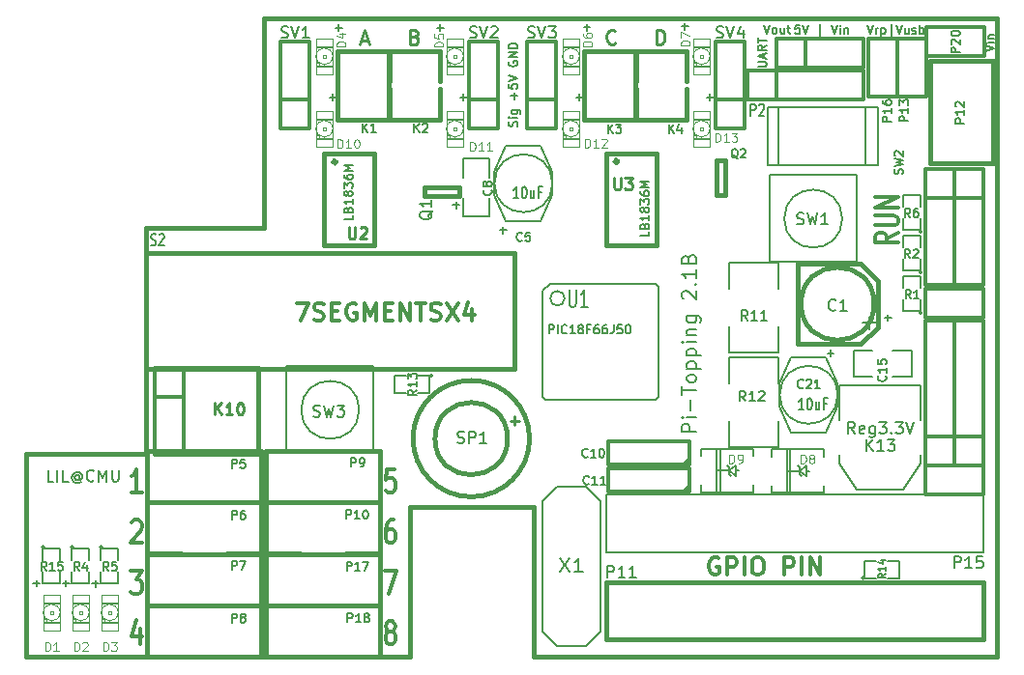
<source format=gto>
G04 (created by PCBNEW (2013-07-07 BZR 4022)-stable) date 9/7/2556 23:50:31*
%MOIN*%
G04 Gerber Fmt 3.4, Leading zero omitted, Abs format*
%FSLAX34Y34*%
G01*
G70*
G90*
G04 APERTURE LIST*
%ADD10C,0.00590551*%
%ADD11C,0.0075*%
%ADD12C,0.012*%
%ADD13C,0.01*%
%ADD14C,0.015*%
%ADD15C,0.008*%
%ADD16C,0.0026*%
%ADD17C,0.004*%
%ADD18C,0.006*%
%ADD19C,0.005*%
%ADD20C,0.0059*%
%ADD21C,0.0035*%
%ADD22C,0.0062*%
G04 APERTURE END LIST*
G54D10*
G54D11*
X72511Y-29357D02*
X72811Y-29257D01*
X72511Y-29157D01*
X72811Y-29057D02*
X72611Y-29057D01*
X72511Y-29057D02*
X72525Y-29071D01*
X72540Y-29057D01*
X72525Y-29042D01*
X72511Y-29057D01*
X72540Y-29057D01*
X72611Y-28914D02*
X72811Y-28914D01*
X72640Y-28914D02*
X72625Y-28900D01*
X72611Y-28871D01*
X72611Y-28828D01*
X72625Y-28800D01*
X72654Y-28785D01*
X72811Y-28785D01*
X64661Y-29878D02*
X64904Y-29878D01*
X64932Y-29864D01*
X64947Y-29850D01*
X64961Y-29821D01*
X64961Y-29764D01*
X64947Y-29735D01*
X64932Y-29721D01*
X64904Y-29707D01*
X64661Y-29707D01*
X64875Y-29578D02*
X64875Y-29435D01*
X64961Y-29607D02*
X64661Y-29507D01*
X64961Y-29407D01*
X64961Y-29135D02*
X64818Y-29235D01*
X64961Y-29307D02*
X64661Y-29307D01*
X64661Y-29192D01*
X64675Y-29164D01*
X64690Y-29150D01*
X64718Y-29135D01*
X64761Y-29135D01*
X64790Y-29150D01*
X64804Y-29164D01*
X64818Y-29192D01*
X64818Y-29307D01*
X64661Y-29050D02*
X64661Y-28878D01*
X64961Y-28964D02*
X64661Y-28964D01*
X68427Y-28441D02*
X68527Y-28741D01*
X68627Y-28441D01*
X68727Y-28741D02*
X68727Y-28541D01*
X68727Y-28598D02*
X68741Y-28570D01*
X68755Y-28555D01*
X68784Y-28541D01*
X68812Y-28541D01*
X68912Y-28541D02*
X68912Y-28841D01*
X68912Y-28555D02*
X68941Y-28541D01*
X68998Y-28541D01*
X69027Y-28555D01*
X69041Y-28570D01*
X69055Y-28598D01*
X69055Y-28684D01*
X69041Y-28712D01*
X69027Y-28727D01*
X68998Y-28741D01*
X68941Y-28741D01*
X68912Y-28727D01*
X69255Y-28841D02*
X69255Y-28412D01*
X69427Y-28441D02*
X69527Y-28741D01*
X69627Y-28441D01*
X69855Y-28541D02*
X69855Y-28741D01*
X69727Y-28541D02*
X69727Y-28698D01*
X69741Y-28727D01*
X69770Y-28741D01*
X69812Y-28741D01*
X69841Y-28727D01*
X69855Y-28712D01*
X69984Y-28727D02*
X70012Y-28741D01*
X70070Y-28741D01*
X70098Y-28727D01*
X70112Y-28698D01*
X70112Y-28684D01*
X70098Y-28655D01*
X70070Y-28641D01*
X70027Y-28641D01*
X69998Y-28627D01*
X69984Y-28598D01*
X69984Y-28584D01*
X69998Y-28555D01*
X70027Y-28541D01*
X70070Y-28541D01*
X70098Y-28555D01*
X70241Y-28741D02*
X70241Y-28441D01*
X70241Y-28555D02*
X70270Y-28541D01*
X70327Y-28541D01*
X70355Y-28555D01*
X70370Y-28570D01*
X70384Y-28598D01*
X70384Y-28684D01*
X70370Y-28712D01*
X70355Y-28727D01*
X70327Y-28741D01*
X70270Y-28741D01*
X70241Y-28727D01*
X66105Y-28441D02*
X65962Y-28441D01*
X65948Y-28584D01*
X65962Y-28570D01*
X65991Y-28555D01*
X66062Y-28555D01*
X66091Y-28570D01*
X66105Y-28584D01*
X66120Y-28612D01*
X66120Y-28684D01*
X66105Y-28712D01*
X66091Y-28727D01*
X66062Y-28741D01*
X65991Y-28741D01*
X65962Y-28727D01*
X65948Y-28712D01*
X66205Y-28441D02*
X66305Y-28741D01*
X66405Y-28441D01*
X66805Y-28841D02*
X66805Y-28412D01*
X67205Y-28441D02*
X67305Y-28741D01*
X67405Y-28441D01*
X67505Y-28741D02*
X67505Y-28541D01*
X67505Y-28441D02*
X67491Y-28455D01*
X67505Y-28470D01*
X67519Y-28455D01*
X67505Y-28441D01*
X67505Y-28470D01*
X67648Y-28541D02*
X67648Y-28741D01*
X67648Y-28570D02*
X67662Y-28555D01*
X67691Y-28541D01*
X67734Y-28541D01*
X67762Y-28555D01*
X67777Y-28584D01*
X67777Y-28741D01*
X64872Y-28431D02*
X64972Y-28731D01*
X65072Y-28431D01*
X65215Y-28731D02*
X65187Y-28717D01*
X65172Y-28702D01*
X65158Y-28674D01*
X65158Y-28588D01*
X65172Y-28560D01*
X65187Y-28545D01*
X65215Y-28531D01*
X65258Y-28531D01*
X65287Y-28545D01*
X65301Y-28560D01*
X65315Y-28588D01*
X65315Y-28674D01*
X65301Y-28702D01*
X65287Y-28717D01*
X65258Y-28731D01*
X65215Y-28731D01*
X65572Y-28531D02*
X65572Y-28731D01*
X65444Y-28531D02*
X65444Y-28688D01*
X65458Y-28717D01*
X65487Y-28731D01*
X65530Y-28731D01*
X65558Y-28717D01*
X65572Y-28702D01*
X65672Y-28531D02*
X65787Y-28531D01*
X65715Y-28431D02*
X65715Y-28688D01*
X65730Y-28717D01*
X65758Y-28731D01*
X65787Y-28731D01*
X40383Y-44191D02*
X40192Y-44191D01*
X40192Y-43791D01*
X40516Y-44191D02*
X40516Y-43791D01*
X40897Y-44191D02*
X40707Y-44191D01*
X40707Y-43791D01*
X41278Y-44001D02*
X41259Y-43982D01*
X41221Y-43963D01*
X41183Y-43963D01*
X41145Y-43982D01*
X41126Y-44001D01*
X41107Y-44039D01*
X41107Y-44077D01*
X41126Y-44115D01*
X41145Y-44134D01*
X41183Y-44153D01*
X41221Y-44153D01*
X41259Y-44134D01*
X41278Y-44115D01*
X41278Y-43963D02*
X41278Y-44115D01*
X41297Y-44134D01*
X41316Y-44134D01*
X41354Y-44115D01*
X41373Y-44077D01*
X41373Y-43982D01*
X41335Y-43925D01*
X41278Y-43887D01*
X41202Y-43868D01*
X41126Y-43887D01*
X41069Y-43925D01*
X41031Y-43982D01*
X41012Y-44058D01*
X41031Y-44134D01*
X41069Y-44191D01*
X41126Y-44230D01*
X41202Y-44249D01*
X41278Y-44230D01*
X41335Y-44191D01*
X41773Y-44153D02*
X41754Y-44172D01*
X41697Y-44191D01*
X41659Y-44191D01*
X41602Y-44172D01*
X41564Y-44134D01*
X41545Y-44096D01*
X41526Y-44020D01*
X41526Y-43963D01*
X41545Y-43887D01*
X41564Y-43849D01*
X41602Y-43810D01*
X41659Y-43791D01*
X41697Y-43791D01*
X41754Y-43810D01*
X41773Y-43830D01*
X41945Y-44191D02*
X41945Y-43791D01*
X42078Y-44077D01*
X42212Y-43791D01*
X42212Y-44191D01*
X42402Y-43791D02*
X42402Y-44115D01*
X42421Y-44153D01*
X42440Y-44172D01*
X42478Y-44191D01*
X42554Y-44191D01*
X42592Y-44172D01*
X42612Y-44153D01*
X42631Y-44115D01*
X42631Y-43791D01*
X39685Y-47707D02*
X39914Y-47707D01*
X39800Y-47821D02*
X39800Y-47592D01*
X56357Y-31935D02*
X56371Y-31892D01*
X56371Y-31821D01*
X56357Y-31792D01*
X56342Y-31778D01*
X56314Y-31764D01*
X56285Y-31764D01*
X56257Y-31778D01*
X56242Y-31792D01*
X56228Y-31821D01*
X56214Y-31878D01*
X56200Y-31907D01*
X56185Y-31921D01*
X56157Y-31935D01*
X56128Y-31935D01*
X56100Y-31921D01*
X56085Y-31907D01*
X56071Y-31878D01*
X56071Y-31807D01*
X56085Y-31764D01*
X56371Y-31635D02*
X56171Y-31635D01*
X56071Y-31635D02*
X56085Y-31650D01*
X56100Y-31635D01*
X56085Y-31621D01*
X56071Y-31635D01*
X56100Y-31635D01*
X56171Y-31364D02*
X56414Y-31364D01*
X56442Y-31378D01*
X56457Y-31392D01*
X56471Y-31421D01*
X56471Y-31464D01*
X56457Y-31492D01*
X56357Y-31364D02*
X56371Y-31392D01*
X56371Y-31450D01*
X56357Y-31478D01*
X56342Y-31492D01*
X56314Y-31507D01*
X56228Y-31507D01*
X56200Y-31492D01*
X56185Y-31478D01*
X56171Y-31450D01*
X56171Y-31392D01*
X56185Y-31364D01*
X56257Y-30992D02*
X56257Y-30764D01*
X56371Y-30878D02*
X56142Y-30878D01*
X56071Y-30478D02*
X56071Y-30621D01*
X56214Y-30635D01*
X56200Y-30621D01*
X56185Y-30592D01*
X56185Y-30521D01*
X56200Y-30492D01*
X56214Y-30478D01*
X56242Y-30464D01*
X56314Y-30464D01*
X56342Y-30478D01*
X56357Y-30492D01*
X56371Y-30521D01*
X56371Y-30592D01*
X56357Y-30621D01*
X56342Y-30635D01*
X56071Y-30378D02*
X56371Y-30278D01*
X56071Y-30178D01*
X56085Y-29692D02*
X56071Y-29721D01*
X56071Y-29764D01*
X56085Y-29807D01*
X56114Y-29835D01*
X56142Y-29850D01*
X56200Y-29864D01*
X56242Y-29864D01*
X56300Y-29850D01*
X56328Y-29835D01*
X56357Y-29807D01*
X56371Y-29764D01*
X56371Y-29735D01*
X56357Y-29692D01*
X56342Y-29678D01*
X56242Y-29678D01*
X56242Y-29735D01*
X56371Y-29550D02*
X56071Y-29550D01*
X56371Y-29378D01*
X56071Y-29378D01*
X56371Y-29235D02*
X56071Y-29235D01*
X56071Y-29164D01*
X56085Y-29121D01*
X56114Y-29092D01*
X56142Y-29078D01*
X56200Y-29064D01*
X56242Y-29064D01*
X56300Y-29078D01*
X56328Y-29092D01*
X56357Y-29121D01*
X56371Y-29164D01*
X56371Y-29235D01*
X41711Y-47716D02*
X41940Y-47716D01*
X41826Y-47830D02*
X41826Y-47601D01*
X40700Y-47710D02*
X40929Y-47710D01*
X40815Y-47824D02*
X40815Y-47595D01*
G54D12*
X43364Y-49290D02*
X43364Y-49823D01*
X43221Y-48985D02*
X43078Y-49557D01*
X43450Y-49557D01*
X43421Y-44573D02*
X43078Y-44573D01*
X43250Y-44573D02*
X43250Y-43773D01*
X43192Y-43888D01*
X43135Y-43964D01*
X43078Y-44002D01*
X51942Y-49366D02*
X51885Y-49328D01*
X51857Y-49290D01*
X51828Y-49214D01*
X51828Y-49176D01*
X51857Y-49100D01*
X51885Y-49061D01*
X51942Y-49023D01*
X52057Y-49023D01*
X52114Y-49061D01*
X52142Y-49100D01*
X52171Y-49176D01*
X52171Y-49214D01*
X52142Y-49290D01*
X52114Y-49328D01*
X52057Y-49366D01*
X51942Y-49366D01*
X51885Y-49404D01*
X51857Y-49442D01*
X51828Y-49519D01*
X51828Y-49671D01*
X51857Y-49747D01*
X51885Y-49785D01*
X51942Y-49823D01*
X52057Y-49823D01*
X52114Y-49785D01*
X52142Y-49747D01*
X52171Y-49671D01*
X52171Y-49519D01*
X52142Y-49442D01*
X52114Y-49404D01*
X52057Y-49366D01*
X51800Y-47273D02*
X52200Y-47273D01*
X51942Y-48073D01*
X52114Y-45523D02*
X52000Y-45523D01*
X51942Y-45561D01*
X51914Y-45600D01*
X51857Y-45714D01*
X51828Y-45866D01*
X51828Y-46171D01*
X51857Y-46247D01*
X51885Y-46285D01*
X51942Y-46323D01*
X52057Y-46323D01*
X52114Y-46285D01*
X52142Y-46247D01*
X52171Y-46171D01*
X52171Y-45980D01*
X52142Y-45904D01*
X52114Y-45866D01*
X52057Y-45828D01*
X51942Y-45828D01*
X51885Y-45866D01*
X51857Y-45904D01*
X51828Y-45980D01*
X52142Y-43773D02*
X51857Y-43773D01*
X51828Y-44154D01*
X51857Y-44116D01*
X51914Y-44078D01*
X52057Y-44078D01*
X52114Y-44116D01*
X52142Y-44154D01*
X52171Y-44230D01*
X52171Y-44421D01*
X52142Y-44497D01*
X52114Y-44535D01*
X52057Y-44573D01*
X51914Y-44573D01*
X51857Y-44535D01*
X51828Y-44497D01*
X43050Y-47273D02*
X43421Y-47273D01*
X43221Y-47578D01*
X43307Y-47578D01*
X43364Y-47616D01*
X43392Y-47654D01*
X43421Y-47730D01*
X43421Y-47921D01*
X43392Y-47997D01*
X43364Y-48035D01*
X43307Y-48073D01*
X43135Y-48073D01*
X43078Y-48035D01*
X43050Y-47997D01*
X43078Y-45600D02*
X43107Y-45561D01*
X43164Y-45523D01*
X43307Y-45523D01*
X43364Y-45561D01*
X43392Y-45600D01*
X43421Y-45676D01*
X43421Y-45752D01*
X43392Y-45866D01*
X43050Y-46323D01*
X43421Y-46323D01*
G54D13*
X56127Y-42093D02*
X56432Y-42093D01*
X56280Y-42245D02*
X56280Y-41941D01*
G54D12*
X63314Y-46841D02*
X63257Y-46812D01*
X63171Y-46812D01*
X63085Y-46841D01*
X63028Y-46898D01*
X63000Y-46955D01*
X62971Y-47070D01*
X62971Y-47155D01*
X63000Y-47270D01*
X63028Y-47327D01*
X63085Y-47384D01*
X63171Y-47412D01*
X63228Y-47412D01*
X63314Y-47384D01*
X63342Y-47355D01*
X63342Y-47155D01*
X63228Y-47155D01*
X63600Y-47412D02*
X63600Y-46812D01*
X63828Y-46812D01*
X63885Y-46841D01*
X63914Y-46870D01*
X63942Y-46927D01*
X63942Y-47012D01*
X63914Y-47070D01*
X63885Y-47098D01*
X63828Y-47127D01*
X63600Y-47127D01*
X64200Y-47412D02*
X64200Y-46812D01*
X64600Y-46812D02*
X64714Y-46812D01*
X64771Y-46841D01*
X64828Y-46898D01*
X64857Y-47012D01*
X64857Y-47212D01*
X64828Y-47327D01*
X64771Y-47384D01*
X64714Y-47412D01*
X64600Y-47412D01*
X64542Y-47384D01*
X64485Y-47327D01*
X64457Y-47212D01*
X64457Y-47012D01*
X64485Y-46898D01*
X64542Y-46841D01*
X64600Y-46812D01*
X65571Y-47412D02*
X65571Y-46812D01*
X65800Y-46812D01*
X65857Y-46841D01*
X65885Y-46870D01*
X65914Y-46927D01*
X65914Y-47012D01*
X65885Y-47070D01*
X65857Y-47098D01*
X65800Y-47127D01*
X65571Y-47127D01*
X66171Y-47412D02*
X66171Y-46812D01*
X66457Y-47412D02*
X66457Y-46812D01*
X66800Y-47412D01*
X66800Y-46812D01*
G54D11*
X62542Y-42485D02*
X62042Y-42485D01*
X62042Y-42295D01*
X62066Y-42247D01*
X62090Y-42223D01*
X62137Y-42200D01*
X62209Y-42200D01*
X62256Y-42223D01*
X62280Y-42247D01*
X62304Y-42295D01*
X62304Y-42485D01*
X62542Y-41985D02*
X62209Y-41985D01*
X62042Y-41985D02*
X62066Y-42009D01*
X62090Y-41985D01*
X62066Y-41961D01*
X62042Y-41985D01*
X62090Y-41985D01*
X62351Y-41747D02*
X62351Y-41366D01*
X62042Y-41200D02*
X62042Y-40914D01*
X62542Y-41057D02*
X62042Y-41057D01*
X62542Y-40676D02*
X62518Y-40723D01*
X62494Y-40747D01*
X62447Y-40771D01*
X62304Y-40771D01*
X62256Y-40747D01*
X62232Y-40723D01*
X62209Y-40676D01*
X62209Y-40604D01*
X62232Y-40557D01*
X62256Y-40533D01*
X62304Y-40509D01*
X62447Y-40509D01*
X62494Y-40533D01*
X62518Y-40557D01*
X62542Y-40604D01*
X62542Y-40676D01*
X62209Y-40295D02*
X62709Y-40295D01*
X62232Y-40295D02*
X62209Y-40247D01*
X62209Y-40152D01*
X62232Y-40104D01*
X62256Y-40080D01*
X62304Y-40057D01*
X62447Y-40057D01*
X62494Y-40080D01*
X62518Y-40104D01*
X62542Y-40152D01*
X62542Y-40247D01*
X62518Y-40295D01*
X62209Y-39842D02*
X62709Y-39842D01*
X62232Y-39842D02*
X62209Y-39795D01*
X62209Y-39700D01*
X62232Y-39652D01*
X62256Y-39628D01*
X62304Y-39604D01*
X62447Y-39604D01*
X62494Y-39628D01*
X62518Y-39652D01*
X62542Y-39700D01*
X62542Y-39795D01*
X62518Y-39842D01*
X62542Y-39390D02*
X62209Y-39390D01*
X62042Y-39390D02*
X62066Y-39414D01*
X62090Y-39390D01*
X62066Y-39366D01*
X62042Y-39390D01*
X62090Y-39390D01*
X62209Y-39152D02*
X62542Y-39152D01*
X62256Y-39152D02*
X62232Y-39128D01*
X62209Y-39080D01*
X62209Y-39009D01*
X62232Y-38961D01*
X62280Y-38938D01*
X62542Y-38938D01*
X62209Y-38485D02*
X62613Y-38485D01*
X62661Y-38509D01*
X62685Y-38533D01*
X62709Y-38580D01*
X62709Y-38652D01*
X62685Y-38699D01*
X62518Y-38485D02*
X62542Y-38533D01*
X62542Y-38628D01*
X62518Y-38676D01*
X62494Y-38699D01*
X62447Y-38723D01*
X62304Y-38723D01*
X62256Y-38699D01*
X62232Y-38676D01*
X62209Y-38628D01*
X62209Y-38533D01*
X62232Y-38485D01*
X62090Y-37890D02*
X62066Y-37866D01*
X62042Y-37819D01*
X62042Y-37699D01*
X62066Y-37652D01*
X62090Y-37628D01*
X62137Y-37604D01*
X62185Y-37604D01*
X62256Y-37628D01*
X62542Y-37914D01*
X62542Y-37604D01*
X62494Y-37390D02*
X62518Y-37366D01*
X62542Y-37390D01*
X62518Y-37414D01*
X62494Y-37390D01*
X62542Y-37390D01*
X62542Y-36890D02*
X62542Y-37176D01*
X62542Y-37033D02*
X62042Y-37033D01*
X62113Y-37080D01*
X62161Y-37128D01*
X62185Y-37176D01*
X62280Y-36509D02*
X62304Y-36438D01*
X62328Y-36414D01*
X62375Y-36390D01*
X62447Y-36390D01*
X62494Y-36414D01*
X62518Y-36438D01*
X62542Y-36485D01*
X62542Y-36676D01*
X62042Y-36676D01*
X62042Y-36509D01*
X62066Y-36461D01*
X62090Y-36438D01*
X62137Y-36414D01*
X62185Y-36414D01*
X62232Y-36438D01*
X62256Y-36461D01*
X62280Y-36509D01*
X62280Y-36676D01*
X69031Y-38542D02*
X69260Y-38542D01*
X69146Y-38656D02*
X69146Y-38427D01*
X67057Y-39760D02*
X67286Y-39760D01*
X67172Y-39874D02*
X67172Y-39645D01*
X54151Y-34653D02*
X54380Y-34653D01*
X54266Y-34767D02*
X54266Y-34538D01*
X55762Y-35517D02*
X55991Y-35517D01*
X55877Y-35631D02*
X55877Y-35402D01*
X62905Y-30927D02*
X63134Y-30927D01*
X63020Y-31041D02*
X63020Y-30812D01*
X62030Y-28479D02*
X62259Y-28479D01*
X62145Y-28593D02*
X62145Y-28364D01*
X58405Y-30927D02*
X58634Y-30927D01*
X58520Y-31041D02*
X58520Y-30812D01*
X58658Y-28516D02*
X58887Y-28516D01*
X58773Y-28630D02*
X58773Y-28401D01*
X54405Y-30927D02*
X54634Y-30927D01*
X54520Y-31041D02*
X54520Y-30812D01*
X53605Y-28527D02*
X53834Y-28527D01*
X53720Y-28641D02*
X53720Y-28412D01*
X49905Y-30927D02*
X50134Y-30927D01*
X50020Y-31041D02*
X50020Y-30812D01*
X50105Y-28527D02*
X50334Y-28527D01*
X50220Y-28641D02*
X50220Y-28412D01*
G54D12*
X69493Y-35612D02*
X69112Y-35812D01*
X69493Y-35955D02*
X68693Y-35955D01*
X68693Y-35727D01*
X68731Y-35670D01*
X68770Y-35641D01*
X68846Y-35612D01*
X68960Y-35612D01*
X69036Y-35641D01*
X69074Y-35670D01*
X69112Y-35727D01*
X69112Y-35955D01*
X68693Y-35355D02*
X69341Y-35355D01*
X69417Y-35327D01*
X69455Y-35298D01*
X69493Y-35241D01*
X69493Y-35127D01*
X69455Y-35070D01*
X69417Y-35041D01*
X69341Y-35012D01*
X68693Y-35012D01*
X69493Y-34727D02*
X68693Y-34727D01*
X69493Y-34384D01*
X68693Y-34384D01*
G54D11*
X63243Y-28862D02*
X63300Y-28881D01*
X63396Y-28881D01*
X63434Y-28862D01*
X63453Y-28843D01*
X63472Y-28805D01*
X63472Y-28767D01*
X63453Y-28729D01*
X63434Y-28710D01*
X63396Y-28691D01*
X63320Y-28672D01*
X63281Y-28653D01*
X63262Y-28634D01*
X63243Y-28596D01*
X63243Y-28558D01*
X63262Y-28520D01*
X63281Y-28500D01*
X63320Y-28481D01*
X63415Y-28481D01*
X63472Y-28500D01*
X63586Y-28481D02*
X63720Y-28881D01*
X63853Y-28481D01*
X64158Y-28615D02*
X64158Y-28881D01*
X64062Y-28462D02*
X63967Y-28748D01*
X64215Y-28748D01*
X56743Y-28862D02*
X56800Y-28881D01*
X56896Y-28881D01*
X56934Y-28862D01*
X56953Y-28843D01*
X56972Y-28805D01*
X56972Y-28767D01*
X56953Y-28729D01*
X56934Y-28710D01*
X56896Y-28691D01*
X56820Y-28672D01*
X56781Y-28653D01*
X56762Y-28634D01*
X56743Y-28596D01*
X56743Y-28558D01*
X56762Y-28520D01*
X56781Y-28500D01*
X56820Y-28481D01*
X56915Y-28481D01*
X56972Y-28500D01*
X57086Y-28481D02*
X57220Y-28881D01*
X57353Y-28481D01*
X57448Y-28481D02*
X57696Y-28481D01*
X57562Y-28634D01*
X57620Y-28634D01*
X57658Y-28653D01*
X57677Y-28672D01*
X57696Y-28710D01*
X57696Y-28805D01*
X57677Y-28843D01*
X57658Y-28862D01*
X57620Y-28881D01*
X57505Y-28881D01*
X57467Y-28862D01*
X57448Y-28843D01*
X54743Y-28862D02*
X54800Y-28881D01*
X54896Y-28881D01*
X54934Y-28862D01*
X54953Y-28843D01*
X54972Y-28805D01*
X54972Y-28767D01*
X54953Y-28729D01*
X54934Y-28710D01*
X54896Y-28691D01*
X54820Y-28672D01*
X54781Y-28653D01*
X54762Y-28634D01*
X54743Y-28596D01*
X54743Y-28558D01*
X54762Y-28520D01*
X54781Y-28500D01*
X54820Y-28481D01*
X54915Y-28481D01*
X54972Y-28500D01*
X55086Y-28481D02*
X55220Y-28881D01*
X55353Y-28481D01*
X55467Y-28520D02*
X55486Y-28500D01*
X55524Y-28481D01*
X55620Y-28481D01*
X55658Y-28500D01*
X55677Y-28520D01*
X55696Y-28558D01*
X55696Y-28596D01*
X55677Y-28653D01*
X55448Y-28881D01*
X55696Y-28881D01*
X48243Y-28862D02*
X48300Y-28881D01*
X48396Y-28881D01*
X48434Y-28862D01*
X48453Y-28843D01*
X48472Y-28805D01*
X48472Y-28767D01*
X48453Y-28729D01*
X48434Y-28710D01*
X48396Y-28691D01*
X48320Y-28672D01*
X48281Y-28653D01*
X48262Y-28634D01*
X48243Y-28596D01*
X48243Y-28558D01*
X48262Y-28520D01*
X48281Y-28500D01*
X48320Y-28481D01*
X48415Y-28481D01*
X48472Y-28500D01*
X48586Y-28481D02*
X48720Y-28881D01*
X48853Y-28481D01*
X49196Y-28881D02*
X48967Y-28881D01*
X49081Y-28881D02*
X49081Y-28481D01*
X49043Y-28539D01*
X49005Y-28577D01*
X48967Y-28596D01*
G54D13*
X61169Y-29102D02*
X61169Y-28602D01*
X61288Y-28602D01*
X61359Y-28626D01*
X61407Y-28673D01*
X61430Y-28721D01*
X61454Y-28816D01*
X61454Y-28888D01*
X61430Y-28983D01*
X61407Y-29030D01*
X61359Y-29078D01*
X61288Y-29102D01*
X61169Y-29102D01*
X59754Y-29054D02*
X59730Y-29078D01*
X59659Y-29102D01*
X59611Y-29102D01*
X59540Y-29078D01*
X59492Y-29030D01*
X59469Y-28983D01*
X59445Y-28888D01*
X59445Y-28816D01*
X59469Y-28721D01*
X59492Y-28673D01*
X59540Y-28626D01*
X59611Y-28602D01*
X59659Y-28602D01*
X59730Y-28626D01*
X59754Y-28650D01*
X52835Y-28840D02*
X52907Y-28864D01*
X52930Y-28888D01*
X52954Y-28935D01*
X52954Y-29007D01*
X52930Y-29054D01*
X52907Y-29078D01*
X52859Y-29102D01*
X52669Y-29102D01*
X52669Y-28602D01*
X52835Y-28602D01*
X52883Y-28626D01*
X52907Y-28650D01*
X52930Y-28697D01*
X52930Y-28745D01*
X52907Y-28792D01*
X52883Y-28816D01*
X52835Y-28840D01*
X52669Y-28840D01*
X50980Y-28959D02*
X51219Y-28959D01*
X50933Y-29102D02*
X51100Y-28602D01*
X51266Y-29102D01*
G54D14*
X47642Y-35441D02*
X43587Y-35441D01*
X48036Y-28197D02*
X47642Y-28197D01*
X57327Y-50244D02*
X56933Y-50244D01*
X56933Y-45087D02*
X52681Y-45087D01*
X72445Y-47685D02*
X72445Y-49654D01*
X72445Y-49654D02*
X59453Y-49654D01*
X59453Y-49654D02*
X59453Y-47685D01*
X59453Y-47685D02*
X72445Y-47685D01*
X72918Y-50244D02*
X72918Y-28197D01*
X72918Y-28197D02*
X48036Y-28197D01*
X47642Y-28197D02*
X47642Y-35441D01*
X43587Y-35441D02*
X43587Y-43236D01*
X43587Y-43236D02*
X39453Y-43236D01*
X39453Y-43236D02*
X39453Y-50244D01*
X39453Y-50244D02*
X52682Y-50244D01*
X52682Y-50244D02*
X52682Y-45087D01*
X56933Y-45087D02*
X56933Y-50244D01*
X57327Y-50244D02*
X72918Y-50244D01*
X72918Y-50244D02*
X72918Y-28197D01*
X72918Y-28197D02*
X72918Y-50244D01*
G54D15*
X72449Y-49670D02*
X72449Y-47670D01*
X72449Y-47670D02*
X59449Y-47670D01*
X72449Y-47670D02*
X59449Y-47670D01*
X59449Y-49670D02*
X72449Y-49670D01*
X72449Y-49670D02*
X72449Y-47670D01*
X59449Y-47670D02*
X59449Y-49670D01*
G54D12*
X64320Y-30020D02*
X64320Y-30020D01*
X64320Y-31020D02*
X64320Y-30020D01*
X64320Y-30020D02*
X64320Y-30020D01*
X64320Y-30020D02*
X68320Y-30020D01*
X68320Y-30020D02*
X68320Y-31020D01*
X68320Y-31020D02*
X64320Y-31020D01*
X65320Y-31020D02*
X65320Y-30020D01*
G54D16*
X40281Y-48681D02*
X40281Y-48759D01*
X40281Y-48759D02*
X40359Y-48759D01*
X40359Y-48681D02*
X40359Y-48759D01*
X40281Y-48681D02*
X40359Y-48681D01*
X40045Y-48897D02*
X40045Y-49034D01*
X40045Y-49034D02*
X40143Y-49034D01*
X40143Y-48897D02*
X40143Y-49034D01*
X40045Y-48897D02*
X40143Y-48897D01*
X40045Y-49034D02*
X40045Y-49074D01*
X40045Y-49074D02*
X40516Y-49074D01*
X40516Y-49034D02*
X40516Y-49074D01*
X40045Y-49034D02*
X40516Y-49034D01*
X40536Y-49034D02*
X40536Y-49074D01*
X40536Y-49074D02*
X40595Y-49074D01*
X40595Y-49034D02*
X40595Y-49074D01*
X40536Y-49034D02*
X40595Y-49034D01*
X40045Y-48366D02*
X40045Y-48406D01*
X40045Y-48406D02*
X40516Y-48406D01*
X40516Y-48366D02*
X40516Y-48406D01*
X40045Y-48366D02*
X40516Y-48366D01*
X40536Y-48366D02*
X40536Y-48406D01*
X40536Y-48406D02*
X40595Y-48406D01*
X40595Y-48366D02*
X40595Y-48406D01*
X40536Y-48366D02*
X40595Y-48366D01*
X40045Y-48897D02*
X40045Y-48956D01*
X40045Y-48956D02*
X40143Y-48956D01*
X40143Y-48897D02*
X40143Y-48956D01*
X40045Y-48897D02*
X40143Y-48897D01*
G54D17*
X40025Y-49330D02*
X40025Y-48110D01*
X40025Y-48110D02*
X40615Y-48110D01*
X40615Y-48110D02*
X40615Y-49330D01*
X40615Y-49330D02*
X40025Y-49330D01*
X40123Y-48504D02*
G75*
G03X40124Y-48936I196J-215D01*
G74*
G01*
X40516Y-48504D02*
G75*
G03X40124Y-48503I-196J-215D01*
G74*
G01*
X40516Y-48935D02*
G75*
G03X40515Y-48503I-196J215D01*
G74*
G01*
X40123Y-48935D02*
G75*
G03X40515Y-48936I196J215D01*
G74*
G01*
G54D18*
X57746Y-49866D02*
X57246Y-49366D01*
X57246Y-44866D02*
X57746Y-44366D01*
X58746Y-44366D02*
X59246Y-44866D01*
X58746Y-49866D02*
X59246Y-49366D01*
X57246Y-49366D02*
X57246Y-44866D01*
X57746Y-49866D02*
X58746Y-49866D01*
X59246Y-49366D02*
X59246Y-44866D01*
X58746Y-44366D02*
X57746Y-44366D01*
G54D19*
X67570Y-35120D02*
G75*
G03X67570Y-35120I-1000J0D01*
G74*
G01*
X65070Y-33620D02*
X68070Y-33620D01*
X68070Y-33620D02*
X68070Y-36620D01*
X68070Y-36620D02*
X65070Y-36620D01*
X65070Y-33620D02*
X65070Y-36620D01*
G54D20*
X65020Y-31260D02*
X65370Y-31260D01*
X65020Y-31510D02*
X65020Y-31260D01*
X68820Y-31260D02*
X68370Y-31260D01*
X68820Y-31860D02*
X68820Y-31260D01*
X68820Y-33260D02*
X68820Y-31860D01*
X65020Y-33260D02*
X65020Y-31460D01*
X68720Y-33260D02*
X68820Y-33260D01*
X65370Y-33260D02*
X65020Y-33260D01*
X68370Y-33260D02*
X68720Y-33260D01*
G54D15*
X65370Y-31260D02*
X68370Y-31260D01*
X68370Y-33260D02*
X65370Y-33260D01*
X65370Y-33260D02*
X65370Y-31260D01*
X68370Y-31260D02*
X68370Y-33260D01*
G54D12*
X62314Y-43604D02*
X59514Y-43604D01*
X59514Y-43604D02*
X59514Y-42804D01*
X59514Y-42804D02*
X62314Y-42804D01*
X62314Y-42804D02*
X62314Y-43604D01*
X62314Y-43404D02*
X62114Y-43604D01*
G54D16*
X41281Y-48681D02*
X41281Y-48759D01*
X41281Y-48759D02*
X41359Y-48759D01*
X41359Y-48681D02*
X41359Y-48759D01*
X41281Y-48681D02*
X41359Y-48681D01*
X41045Y-48897D02*
X41045Y-49034D01*
X41045Y-49034D02*
X41143Y-49034D01*
X41143Y-48897D02*
X41143Y-49034D01*
X41045Y-48897D02*
X41143Y-48897D01*
X41045Y-49034D02*
X41045Y-49074D01*
X41045Y-49074D02*
X41516Y-49074D01*
X41516Y-49034D02*
X41516Y-49074D01*
X41045Y-49034D02*
X41516Y-49034D01*
X41536Y-49034D02*
X41536Y-49074D01*
X41536Y-49074D02*
X41595Y-49074D01*
X41595Y-49034D02*
X41595Y-49074D01*
X41536Y-49034D02*
X41595Y-49034D01*
X41045Y-48366D02*
X41045Y-48406D01*
X41045Y-48406D02*
X41516Y-48406D01*
X41516Y-48366D02*
X41516Y-48406D01*
X41045Y-48366D02*
X41516Y-48366D01*
X41536Y-48366D02*
X41536Y-48406D01*
X41536Y-48406D02*
X41595Y-48406D01*
X41595Y-48366D02*
X41595Y-48406D01*
X41536Y-48366D02*
X41595Y-48366D01*
X41045Y-48897D02*
X41045Y-48956D01*
X41045Y-48956D02*
X41143Y-48956D01*
X41143Y-48897D02*
X41143Y-48956D01*
X41045Y-48897D02*
X41143Y-48897D01*
G54D17*
X41025Y-49330D02*
X41025Y-48110D01*
X41025Y-48110D02*
X41615Y-48110D01*
X41615Y-48110D02*
X41615Y-49330D01*
X41615Y-49330D02*
X41025Y-49330D01*
X41123Y-48504D02*
G75*
G03X41124Y-48936I196J-215D01*
G74*
G01*
X41516Y-48504D02*
G75*
G03X41124Y-48503I-196J-215D01*
G74*
G01*
X41516Y-48935D02*
G75*
G03X41515Y-48503I-196J215D01*
G74*
G01*
X41123Y-48935D02*
G75*
G03X41515Y-48936I196J215D01*
G74*
G01*
G54D16*
X42281Y-48681D02*
X42281Y-48759D01*
X42281Y-48759D02*
X42359Y-48759D01*
X42359Y-48681D02*
X42359Y-48759D01*
X42281Y-48681D02*
X42359Y-48681D01*
X42045Y-48897D02*
X42045Y-49034D01*
X42045Y-49034D02*
X42143Y-49034D01*
X42143Y-48897D02*
X42143Y-49034D01*
X42045Y-48897D02*
X42143Y-48897D01*
X42045Y-49034D02*
X42045Y-49074D01*
X42045Y-49074D02*
X42516Y-49074D01*
X42516Y-49034D02*
X42516Y-49074D01*
X42045Y-49034D02*
X42516Y-49034D01*
X42536Y-49034D02*
X42536Y-49074D01*
X42536Y-49074D02*
X42595Y-49074D01*
X42595Y-49034D02*
X42595Y-49074D01*
X42536Y-49034D02*
X42595Y-49034D01*
X42045Y-48366D02*
X42045Y-48406D01*
X42045Y-48406D02*
X42516Y-48406D01*
X42516Y-48366D02*
X42516Y-48406D01*
X42045Y-48366D02*
X42516Y-48366D01*
X42536Y-48366D02*
X42536Y-48406D01*
X42536Y-48406D02*
X42595Y-48406D01*
X42595Y-48366D02*
X42595Y-48406D01*
X42536Y-48366D02*
X42595Y-48366D01*
X42045Y-48897D02*
X42045Y-48956D01*
X42045Y-48956D02*
X42143Y-48956D01*
X42143Y-48897D02*
X42143Y-48956D01*
X42045Y-48897D02*
X42143Y-48897D01*
G54D17*
X42025Y-49330D02*
X42025Y-48110D01*
X42025Y-48110D02*
X42615Y-48110D01*
X42615Y-48110D02*
X42615Y-49330D01*
X42615Y-49330D02*
X42025Y-49330D01*
X42123Y-48504D02*
G75*
G03X42124Y-48936I196J-215D01*
G74*
G01*
X42516Y-48504D02*
G75*
G03X42124Y-48503I-196J-215D01*
G74*
G01*
X42516Y-48935D02*
G75*
G03X42515Y-48503I-196J215D01*
G74*
G01*
X42123Y-48935D02*
G75*
G03X42515Y-48936I196J215D01*
G74*
G01*
G54D15*
X57253Y-37621D02*
X57503Y-37371D01*
X57503Y-37371D02*
X61153Y-37371D01*
X61153Y-37371D02*
X61253Y-37471D01*
X61253Y-37471D02*
X61253Y-41271D01*
X61253Y-41271D02*
X61153Y-41371D01*
X61153Y-41371D02*
X57353Y-41371D01*
X57353Y-41371D02*
X57253Y-41271D01*
X57253Y-41271D02*
X57253Y-37621D01*
X58003Y-37871D02*
G75*
G03X58003Y-37871I-250J0D01*
G74*
G01*
G54D14*
X56261Y-36304D02*
X56261Y-40320D01*
X56261Y-40320D02*
X43584Y-40320D01*
X43584Y-36304D02*
X43584Y-40320D01*
X43584Y-36304D02*
X56261Y-36304D01*
G54D15*
X70280Y-42080D02*
X70280Y-40880D01*
X70280Y-40880D02*
X67480Y-40880D01*
X67480Y-40880D02*
X67480Y-42080D01*
X70280Y-43280D02*
X70280Y-43580D01*
X70280Y-43580D02*
X69680Y-44480D01*
X69680Y-44480D02*
X68080Y-44480D01*
X68080Y-44480D02*
X67480Y-43580D01*
X67480Y-43580D02*
X67480Y-43280D01*
G54D12*
X64220Y-32020D02*
X63220Y-32020D01*
X63220Y-32020D02*
X63220Y-29020D01*
X63220Y-29020D02*
X64220Y-29020D01*
X64220Y-29020D02*
X64220Y-32020D01*
X63220Y-31020D02*
X64220Y-31020D01*
X57720Y-32020D02*
X56720Y-32020D01*
X56720Y-32020D02*
X56720Y-29020D01*
X56720Y-29020D02*
X57720Y-29020D01*
X57720Y-29020D02*
X57720Y-32020D01*
X56720Y-31020D02*
X57720Y-31020D01*
X55720Y-32020D02*
X54720Y-32020D01*
X54720Y-32020D02*
X54720Y-29020D01*
X54720Y-29020D02*
X55720Y-29020D01*
X55720Y-29020D02*
X55720Y-32020D01*
X54720Y-31020D02*
X55720Y-31020D01*
X49220Y-32020D02*
X48220Y-32020D01*
X48220Y-32020D02*
X48220Y-29020D01*
X48220Y-29020D02*
X49220Y-29020D01*
X49220Y-29020D02*
X49220Y-32020D01*
X48220Y-31020D02*
X49220Y-31020D01*
G54D14*
X50126Y-33163D02*
G75*
G03X50126Y-33163I-55J0D01*
G74*
G01*
X51448Y-32887D02*
X51448Y-36037D01*
X51448Y-36037D02*
X49716Y-36037D01*
X49716Y-32887D02*
X49716Y-36037D01*
X49716Y-32887D02*
X51448Y-32887D01*
X59834Y-33151D02*
G75*
G03X59834Y-33151I-55J0D01*
G74*
G01*
X61156Y-32875D02*
X61156Y-36025D01*
X61156Y-36025D02*
X59424Y-36025D01*
X59424Y-32875D02*
X59424Y-36025D01*
X59424Y-32875D02*
X61156Y-32875D01*
X47441Y-40264D02*
X47441Y-43256D01*
X44881Y-40264D02*
X47440Y-40264D01*
X44882Y-43257D02*
X47441Y-43257D01*
G54D12*
X43870Y-40260D02*
X44870Y-40260D01*
X44870Y-40260D02*
X44870Y-43260D01*
X44870Y-43260D02*
X43870Y-43260D01*
X43870Y-43260D02*
X43870Y-40260D01*
X44870Y-41260D02*
X43870Y-41260D01*
G54D15*
X57580Y-33900D02*
X57580Y-34300D01*
X57580Y-34300D02*
X57180Y-35200D01*
X57180Y-35200D02*
X55980Y-35200D01*
X55980Y-35200D02*
X55580Y-34300D01*
X55580Y-34300D02*
X55580Y-33500D01*
X55580Y-33500D02*
X55980Y-32600D01*
X55980Y-32600D02*
X57180Y-32600D01*
X57180Y-32600D02*
X57580Y-33500D01*
X57580Y-33500D02*
X57580Y-33900D01*
X57580Y-33900D02*
G75*
G03X57580Y-33900I-1000J0D01*
G74*
G01*
G54D12*
X62314Y-44536D02*
X59514Y-44536D01*
X59514Y-44536D02*
X59514Y-43736D01*
X59514Y-43736D02*
X62314Y-43736D01*
X62314Y-43736D02*
X62314Y-44536D01*
X62314Y-44336D02*
X62114Y-44536D01*
X71450Y-43650D02*
X70450Y-43650D01*
X70450Y-43650D02*
X70450Y-38650D01*
X70450Y-38650D02*
X71450Y-38650D01*
X71450Y-38650D02*
X71450Y-43650D01*
X71450Y-42650D02*
X70450Y-42650D01*
G54D14*
X53160Y-34031D02*
X53160Y-34331D01*
X53160Y-34331D02*
X54360Y-34331D01*
X54360Y-34331D02*
X54360Y-34031D01*
X54360Y-34031D02*
X53160Y-34031D01*
X63542Y-33123D02*
X63242Y-33123D01*
X63242Y-33123D02*
X63242Y-34323D01*
X63242Y-34323D02*
X63542Y-34323D01*
X63542Y-34323D02*
X63542Y-33123D01*
G54D19*
X70320Y-38370D02*
G75*
G03X70320Y-38370I-50J0D01*
G74*
G01*
X70270Y-37920D02*
X70270Y-38320D01*
X70270Y-38320D02*
X69670Y-38320D01*
X69670Y-38320D02*
X69670Y-37920D01*
X69670Y-37520D02*
X69670Y-37120D01*
X69670Y-37120D02*
X70270Y-37120D01*
X70270Y-37120D02*
X70270Y-37520D01*
X70320Y-36970D02*
G75*
G03X70320Y-36970I-50J0D01*
G74*
G01*
X70270Y-36520D02*
X70270Y-36920D01*
X70270Y-36920D02*
X69670Y-36920D01*
X69670Y-36920D02*
X69670Y-36520D01*
X69670Y-36120D02*
X69670Y-35720D01*
X69670Y-35720D02*
X70270Y-35720D01*
X70270Y-35720D02*
X70270Y-36120D01*
X41070Y-46470D02*
G75*
G03X41070Y-46470I-50J0D01*
G74*
G01*
X41020Y-46920D02*
X41020Y-46520D01*
X41020Y-46520D02*
X41620Y-46520D01*
X41620Y-46520D02*
X41620Y-46920D01*
X41620Y-47320D02*
X41620Y-47720D01*
X41620Y-47720D02*
X41020Y-47720D01*
X41020Y-47720D02*
X41020Y-47320D01*
X42070Y-46470D02*
G75*
G03X42070Y-46470I-50J0D01*
G74*
G01*
X42020Y-46920D02*
X42020Y-46520D01*
X42020Y-46520D02*
X42620Y-46520D01*
X42620Y-46520D02*
X42620Y-46920D01*
X42620Y-47320D02*
X42620Y-47720D01*
X42620Y-47720D02*
X42020Y-47720D01*
X42020Y-47720D02*
X42020Y-47320D01*
G54D12*
X72446Y-33406D02*
X72446Y-33406D01*
X71446Y-33406D02*
X72446Y-33406D01*
X72446Y-33406D02*
X72446Y-33406D01*
X72446Y-33406D02*
X72446Y-37406D01*
X72446Y-37406D02*
X71446Y-37406D01*
X71446Y-37406D02*
X71446Y-33406D01*
X71446Y-34406D02*
X72446Y-34406D01*
G54D19*
X70320Y-35570D02*
G75*
G03X70320Y-35570I-50J0D01*
G74*
G01*
X70270Y-35120D02*
X70270Y-35520D01*
X70270Y-35520D02*
X69670Y-35520D01*
X69670Y-35520D02*
X69670Y-35120D01*
X69670Y-34720D02*
X69670Y-34320D01*
X69670Y-34320D02*
X70270Y-34320D01*
X70270Y-34320D02*
X70270Y-34720D01*
G54D15*
X63676Y-42998D02*
X63676Y-42098D01*
X65376Y-42098D02*
X65376Y-42998D01*
X63676Y-40798D02*
X63676Y-39898D01*
X65376Y-39898D02*
X65376Y-40798D01*
X63676Y-39898D02*
X65376Y-39898D01*
X65376Y-42998D02*
X63676Y-42998D01*
G54D12*
X70470Y-30920D02*
X69470Y-30920D01*
X69470Y-30920D02*
X69470Y-28920D01*
X69470Y-28920D02*
X70470Y-28920D01*
X70470Y-28920D02*
X70470Y-30920D01*
X72448Y-37528D02*
X72448Y-38528D01*
X72448Y-38528D02*
X70448Y-38528D01*
X70448Y-38528D02*
X70448Y-37528D01*
X70448Y-37528D02*
X72448Y-37528D01*
G54D16*
X58181Y-29481D02*
X58181Y-29559D01*
X58181Y-29559D02*
X58259Y-29559D01*
X58259Y-29481D02*
X58259Y-29559D01*
X58181Y-29481D02*
X58259Y-29481D01*
X57945Y-29697D02*
X57945Y-29834D01*
X57945Y-29834D02*
X58043Y-29834D01*
X58043Y-29697D02*
X58043Y-29834D01*
X57945Y-29697D02*
X58043Y-29697D01*
X57945Y-29834D02*
X57945Y-29874D01*
X57945Y-29874D02*
X58416Y-29874D01*
X58416Y-29834D02*
X58416Y-29874D01*
X57945Y-29834D02*
X58416Y-29834D01*
X58436Y-29834D02*
X58436Y-29874D01*
X58436Y-29874D02*
X58495Y-29874D01*
X58495Y-29834D02*
X58495Y-29874D01*
X58436Y-29834D02*
X58495Y-29834D01*
X57945Y-29166D02*
X57945Y-29206D01*
X57945Y-29206D02*
X58416Y-29206D01*
X58416Y-29166D02*
X58416Y-29206D01*
X57945Y-29166D02*
X58416Y-29166D01*
X58436Y-29166D02*
X58436Y-29206D01*
X58436Y-29206D02*
X58495Y-29206D01*
X58495Y-29166D02*
X58495Y-29206D01*
X58436Y-29166D02*
X58495Y-29166D01*
X57945Y-29697D02*
X57945Y-29756D01*
X57945Y-29756D02*
X58043Y-29756D01*
X58043Y-29697D02*
X58043Y-29756D01*
X57945Y-29697D02*
X58043Y-29697D01*
G54D17*
X57925Y-30130D02*
X57925Y-28910D01*
X57925Y-28910D02*
X58515Y-28910D01*
X58515Y-28910D02*
X58515Y-30130D01*
X58515Y-30130D02*
X57925Y-30130D01*
X58023Y-29304D02*
G75*
G03X58024Y-29736I196J-215D01*
G74*
G01*
X58416Y-29304D02*
G75*
G03X58024Y-29303I-196J-215D01*
G74*
G01*
X58416Y-29735D02*
G75*
G03X58415Y-29303I-196J215D01*
G74*
G01*
X58023Y-29735D02*
G75*
G03X58415Y-29736I196J215D01*
G74*
G01*
G54D16*
X62681Y-29481D02*
X62681Y-29559D01*
X62681Y-29559D02*
X62759Y-29559D01*
X62759Y-29481D02*
X62759Y-29559D01*
X62681Y-29481D02*
X62759Y-29481D01*
X62445Y-29697D02*
X62445Y-29834D01*
X62445Y-29834D02*
X62543Y-29834D01*
X62543Y-29697D02*
X62543Y-29834D01*
X62445Y-29697D02*
X62543Y-29697D01*
X62445Y-29834D02*
X62445Y-29874D01*
X62445Y-29874D02*
X62916Y-29874D01*
X62916Y-29834D02*
X62916Y-29874D01*
X62445Y-29834D02*
X62916Y-29834D01*
X62936Y-29834D02*
X62936Y-29874D01*
X62936Y-29874D02*
X62995Y-29874D01*
X62995Y-29834D02*
X62995Y-29874D01*
X62936Y-29834D02*
X62995Y-29834D01*
X62445Y-29166D02*
X62445Y-29206D01*
X62445Y-29206D02*
X62916Y-29206D01*
X62916Y-29166D02*
X62916Y-29206D01*
X62445Y-29166D02*
X62916Y-29166D01*
X62936Y-29166D02*
X62936Y-29206D01*
X62936Y-29206D02*
X62995Y-29206D01*
X62995Y-29166D02*
X62995Y-29206D01*
X62936Y-29166D02*
X62995Y-29166D01*
X62445Y-29697D02*
X62445Y-29756D01*
X62445Y-29756D02*
X62543Y-29756D01*
X62543Y-29697D02*
X62543Y-29756D01*
X62445Y-29697D02*
X62543Y-29697D01*
G54D17*
X62425Y-30130D02*
X62425Y-28910D01*
X62425Y-28910D02*
X63015Y-28910D01*
X63015Y-28910D02*
X63015Y-30130D01*
X63015Y-30130D02*
X62425Y-30130D01*
X62523Y-29304D02*
G75*
G03X62524Y-29736I196J-215D01*
G74*
G01*
X62916Y-29304D02*
G75*
G03X62524Y-29303I-196J-215D01*
G74*
G01*
X62916Y-29735D02*
G75*
G03X62915Y-29303I-196J215D01*
G74*
G01*
X62523Y-29735D02*
G75*
G03X62915Y-29736I196J215D01*
G74*
G01*
G54D19*
X66346Y-43828D02*
X66426Y-43828D01*
X66946Y-44578D02*
X65146Y-44578D01*
X65146Y-44578D02*
X65146Y-44328D01*
X65786Y-43078D02*
X65786Y-44578D01*
X65656Y-43078D02*
X65656Y-44578D01*
X66946Y-43328D02*
X66946Y-43078D01*
X66946Y-43078D02*
X65146Y-43078D01*
X65146Y-43078D02*
X65146Y-43328D01*
X66946Y-44328D02*
X66946Y-44578D01*
X66096Y-43828D02*
X66346Y-44015D01*
X66346Y-44015D02*
X66346Y-43828D01*
X66346Y-43828D02*
X66346Y-43641D01*
X66346Y-43641D02*
X66096Y-43828D01*
X66096Y-43828D02*
X66096Y-43953D01*
X66096Y-43953D02*
X66158Y-44015D01*
X66096Y-43828D02*
X66096Y-43703D01*
X66096Y-43703D02*
X66034Y-43641D01*
X66096Y-43828D02*
X65659Y-43828D01*
X63920Y-43820D02*
X64000Y-43820D01*
X64520Y-44570D02*
X62720Y-44570D01*
X62720Y-44570D02*
X62720Y-44320D01*
X63360Y-43070D02*
X63360Y-44570D01*
X63230Y-43070D02*
X63230Y-44570D01*
X64520Y-43320D02*
X64520Y-43070D01*
X64520Y-43070D02*
X62720Y-43070D01*
X62720Y-43070D02*
X62720Y-43320D01*
X64520Y-44320D02*
X64520Y-44570D01*
X63670Y-43820D02*
X63920Y-44007D01*
X63920Y-44007D02*
X63920Y-43820D01*
X63920Y-43820D02*
X63920Y-43633D01*
X63920Y-43633D02*
X63670Y-43820D01*
X63670Y-43820D02*
X63670Y-43945D01*
X63670Y-43945D02*
X63732Y-44007D01*
X63670Y-43820D02*
X63670Y-43695D01*
X63670Y-43695D02*
X63608Y-43633D01*
X63670Y-43820D02*
X63233Y-43820D01*
G54D14*
X68788Y-37273D02*
X68197Y-36682D01*
X67410Y-36682D02*
X68197Y-36682D01*
X68788Y-38060D02*
X68788Y-37273D01*
X68788Y-38887D02*
X68197Y-39438D01*
X68788Y-38060D02*
X68788Y-38887D01*
X67410Y-39438D02*
X68197Y-39438D01*
X66032Y-38060D02*
X66032Y-36682D01*
X67410Y-36682D02*
X66071Y-36682D01*
X66032Y-38060D02*
X66032Y-39399D01*
X66032Y-39399D02*
X66032Y-39438D01*
X66032Y-39438D02*
X67410Y-39438D01*
X68670Y-38060D02*
G75*
G03X68670Y-38060I-1260J0D01*
G74*
G01*
G54D19*
X55407Y-33055D02*
X54507Y-33055D01*
X54507Y-33055D02*
X54507Y-33705D01*
X55407Y-34405D02*
X55407Y-35055D01*
X55407Y-35055D02*
X54507Y-35055D01*
X54507Y-35055D02*
X54507Y-34405D01*
X55407Y-33705D02*
X55407Y-33055D01*
X69964Y-40568D02*
X69964Y-39668D01*
X69964Y-39668D02*
X69314Y-39668D01*
X68614Y-40568D02*
X67964Y-40568D01*
X67964Y-40568D02*
X67964Y-39668D01*
X67964Y-39668D02*
X68614Y-39668D01*
X69314Y-40568D02*
X69964Y-40568D01*
G54D15*
X67416Y-41202D02*
X67416Y-41602D01*
X67416Y-41602D02*
X67016Y-42502D01*
X67016Y-42502D02*
X65816Y-42502D01*
X65816Y-42502D02*
X65416Y-41602D01*
X65416Y-41602D02*
X65416Y-40802D01*
X65416Y-40802D02*
X65816Y-39902D01*
X65816Y-39902D02*
X67016Y-39902D01*
X67016Y-39902D02*
X67416Y-40802D01*
X67416Y-40802D02*
X67416Y-41202D01*
X67416Y-41202D02*
G75*
G03X67416Y-41202I-1000J0D01*
G74*
G01*
G54D16*
X49681Y-29481D02*
X49681Y-29559D01*
X49681Y-29559D02*
X49759Y-29559D01*
X49759Y-29481D02*
X49759Y-29559D01*
X49681Y-29481D02*
X49759Y-29481D01*
X49445Y-29697D02*
X49445Y-29834D01*
X49445Y-29834D02*
X49543Y-29834D01*
X49543Y-29697D02*
X49543Y-29834D01*
X49445Y-29697D02*
X49543Y-29697D01*
X49445Y-29834D02*
X49445Y-29874D01*
X49445Y-29874D02*
X49916Y-29874D01*
X49916Y-29834D02*
X49916Y-29874D01*
X49445Y-29834D02*
X49916Y-29834D01*
X49936Y-29834D02*
X49936Y-29874D01*
X49936Y-29874D02*
X49995Y-29874D01*
X49995Y-29834D02*
X49995Y-29874D01*
X49936Y-29834D02*
X49995Y-29834D01*
X49445Y-29166D02*
X49445Y-29206D01*
X49445Y-29206D02*
X49916Y-29206D01*
X49916Y-29166D02*
X49916Y-29206D01*
X49445Y-29166D02*
X49916Y-29166D01*
X49936Y-29166D02*
X49936Y-29206D01*
X49936Y-29206D02*
X49995Y-29206D01*
X49995Y-29166D02*
X49995Y-29206D01*
X49936Y-29166D02*
X49995Y-29166D01*
X49445Y-29697D02*
X49445Y-29756D01*
X49445Y-29756D02*
X49543Y-29756D01*
X49543Y-29697D02*
X49543Y-29756D01*
X49445Y-29697D02*
X49543Y-29697D01*
G54D17*
X49425Y-30130D02*
X49425Y-28910D01*
X49425Y-28910D02*
X50015Y-28910D01*
X50015Y-28910D02*
X50015Y-30130D01*
X50015Y-30130D02*
X49425Y-30130D01*
X49523Y-29304D02*
G75*
G03X49524Y-29736I196J-215D01*
G74*
G01*
X49916Y-29304D02*
G75*
G03X49524Y-29303I-196J-215D01*
G74*
G01*
X49916Y-29735D02*
G75*
G03X49915Y-29303I-196J215D01*
G74*
G01*
X49523Y-29735D02*
G75*
G03X49915Y-29736I196J215D01*
G74*
G01*
G54D16*
X54181Y-29481D02*
X54181Y-29559D01*
X54181Y-29559D02*
X54259Y-29559D01*
X54259Y-29481D02*
X54259Y-29559D01*
X54181Y-29481D02*
X54259Y-29481D01*
X53945Y-29697D02*
X53945Y-29834D01*
X53945Y-29834D02*
X54043Y-29834D01*
X54043Y-29697D02*
X54043Y-29834D01*
X53945Y-29697D02*
X54043Y-29697D01*
X53945Y-29834D02*
X53945Y-29874D01*
X53945Y-29874D02*
X54416Y-29874D01*
X54416Y-29834D02*
X54416Y-29874D01*
X53945Y-29834D02*
X54416Y-29834D01*
X54436Y-29834D02*
X54436Y-29874D01*
X54436Y-29874D02*
X54495Y-29874D01*
X54495Y-29834D02*
X54495Y-29874D01*
X54436Y-29834D02*
X54495Y-29834D01*
X53945Y-29166D02*
X53945Y-29206D01*
X53945Y-29206D02*
X54416Y-29206D01*
X54416Y-29166D02*
X54416Y-29206D01*
X53945Y-29166D02*
X54416Y-29166D01*
X54436Y-29166D02*
X54436Y-29206D01*
X54436Y-29206D02*
X54495Y-29206D01*
X54495Y-29166D02*
X54495Y-29206D01*
X54436Y-29166D02*
X54495Y-29166D01*
X53945Y-29697D02*
X53945Y-29756D01*
X53945Y-29756D02*
X54043Y-29756D01*
X54043Y-29697D02*
X54043Y-29756D01*
X53945Y-29697D02*
X54043Y-29697D01*
G54D17*
X53925Y-30130D02*
X53925Y-28910D01*
X53925Y-28910D02*
X54515Y-28910D01*
X54515Y-28910D02*
X54515Y-30130D01*
X54515Y-30130D02*
X53925Y-30130D01*
X54023Y-29304D02*
G75*
G03X54024Y-29736I196J-215D01*
G74*
G01*
X54416Y-29304D02*
G75*
G03X54024Y-29303I-196J-215D01*
G74*
G01*
X54416Y-29735D02*
G75*
G03X54415Y-29303I-196J215D01*
G74*
G01*
X54023Y-29735D02*
G75*
G03X54415Y-29736I196J215D01*
G74*
G01*
G54D15*
X65380Y-36640D02*
X65380Y-37540D01*
X63680Y-37540D02*
X63680Y-36640D01*
X65380Y-38840D02*
X65380Y-39740D01*
X63680Y-39740D02*
X63680Y-38840D01*
X65380Y-39740D02*
X63680Y-39740D01*
X63680Y-36640D02*
X65380Y-36640D01*
G54D19*
X50920Y-41720D02*
G75*
G03X50920Y-41720I-1000J0D01*
G74*
G01*
X51420Y-43220D02*
X48420Y-43220D01*
X48420Y-43220D02*
X48420Y-40220D01*
X48420Y-40220D02*
X51420Y-40220D01*
X51420Y-43220D02*
X51420Y-40220D01*
X53454Y-40538D02*
G75*
G03X53454Y-40538I-50J0D01*
G74*
G01*
X52954Y-40538D02*
X53354Y-40538D01*
X53354Y-40538D02*
X53354Y-41138D01*
X53354Y-41138D02*
X52954Y-41138D01*
X52554Y-41138D02*
X52154Y-41138D01*
X52154Y-41138D02*
X52154Y-40538D01*
X52154Y-40538D02*
X52554Y-40538D01*
G54D15*
X72451Y-44649D02*
X59451Y-44649D01*
X59451Y-46649D02*
X72451Y-46649D01*
X72451Y-46649D02*
X72451Y-44649D01*
X59451Y-44649D02*
X59451Y-46649D01*
G54D16*
X49681Y-31981D02*
X49681Y-32059D01*
X49681Y-32059D02*
X49759Y-32059D01*
X49759Y-31981D02*
X49759Y-32059D01*
X49681Y-31981D02*
X49759Y-31981D01*
X49445Y-32197D02*
X49445Y-32334D01*
X49445Y-32334D02*
X49543Y-32334D01*
X49543Y-32197D02*
X49543Y-32334D01*
X49445Y-32197D02*
X49543Y-32197D01*
X49445Y-32334D02*
X49445Y-32374D01*
X49445Y-32374D02*
X49916Y-32374D01*
X49916Y-32334D02*
X49916Y-32374D01*
X49445Y-32334D02*
X49916Y-32334D01*
X49936Y-32334D02*
X49936Y-32374D01*
X49936Y-32374D02*
X49995Y-32374D01*
X49995Y-32334D02*
X49995Y-32374D01*
X49936Y-32334D02*
X49995Y-32334D01*
X49445Y-31666D02*
X49445Y-31706D01*
X49445Y-31706D02*
X49916Y-31706D01*
X49916Y-31666D02*
X49916Y-31706D01*
X49445Y-31666D02*
X49916Y-31666D01*
X49936Y-31666D02*
X49936Y-31706D01*
X49936Y-31706D02*
X49995Y-31706D01*
X49995Y-31666D02*
X49995Y-31706D01*
X49936Y-31666D02*
X49995Y-31666D01*
X49445Y-32197D02*
X49445Y-32256D01*
X49445Y-32256D02*
X49543Y-32256D01*
X49543Y-32197D02*
X49543Y-32256D01*
X49445Y-32197D02*
X49543Y-32197D01*
G54D17*
X49425Y-32630D02*
X49425Y-31410D01*
X49425Y-31410D02*
X50015Y-31410D01*
X50015Y-31410D02*
X50015Y-32630D01*
X50015Y-32630D02*
X49425Y-32630D01*
X49523Y-31804D02*
G75*
G03X49524Y-32236I196J-215D01*
G74*
G01*
X49916Y-31804D02*
G75*
G03X49524Y-31803I-196J-215D01*
G74*
G01*
X49916Y-32235D02*
G75*
G03X49915Y-31803I-196J215D01*
G74*
G01*
X49523Y-32235D02*
G75*
G03X49915Y-32236I196J215D01*
G74*
G01*
G54D16*
X54181Y-31981D02*
X54181Y-32059D01*
X54181Y-32059D02*
X54259Y-32059D01*
X54259Y-31981D02*
X54259Y-32059D01*
X54181Y-31981D02*
X54259Y-31981D01*
X53945Y-32197D02*
X53945Y-32334D01*
X53945Y-32334D02*
X54043Y-32334D01*
X54043Y-32197D02*
X54043Y-32334D01*
X53945Y-32197D02*
X54043Y-32197D01*
X53945Y-32334D02*
X53945Y-32374D01*
X53945Y-32374D02*
X54416Y-32374D01*
X54416Y-32334D02*
X54416Y-32374D01*
X53945Y-32334D02*
X54416Y-32334D01*
X54436Y-32334D02*
X54436Y-32374D01*
X54436Y-32374D02*
X54495Y-32374D01*
X54495Y-32334D02*
X54495Y-32374D01*
X54436Y-32334D02*
X54495Y-32334D01*
X53945Y-31666D02*
X53945Y-31706D01*
X53945Y-31706D02*
X54416Y-31706D01*
X54416Y-31666D02*
X54416Y-31706D01*
X53945Y-31666D02*
X54416Y-31666D01*
X54436Y-31666D02*
X54436Y-31706D01*
X54436Y-31706D02*
X54495Y-31706D01*
X54495Y-31666D02*
X54495Y-31706D01*
X54436Y-31666D02*
X54495Y-31666D01*
X53945Y-32197D02*
X53945Y-32256D01*
X53945Y-32256D02*
X54043Y-32256D01*
X54043Y-32197D02*
X54043Y-32256D01*
X53945Y-32197D02*
X54043Y-32197D01*
G54D17*
X53925Y-32630D02*
X53925Y-31410D01*
X53925Y-31410D02*
X54515Y-31410D01*
X54515Y-31410D02*
X54515Y-32630D01*
X54515Y-32630D02*
X53925Y-32630D01*
X54023Y-31804D02*
G75*
G03X54024Y-32236I196J-215D01*
G74*
G01*
X54416Y-31804D02*
G75*
G03X54024Y-31803I-196J-215D01*
G74*
G01*
X54416Y-32235D02*
G75*
G03X54415Y-31803I-196J215D01*
G74*
G01*
X54023Y-32235D02*
G75*
G03X54415Y-32236I196J215D01*
G74*
G01*
G54D16*
X58181Y-31981D02*
X58181Y-32059D01*
X58181Y-32059D02*
X58259Y-32059D01*
X58259Y-31981D02*
X58259Y-32059D01*
X58181Y-31981D02*
X58259Y-31981D01*
X57945Y-32197D02*
X57945Y-32334D01*
X57945Y-32334D02*
X58043Y-32334D01*
X58043Y-32197D02*
X58043Y-32334D01*
X57945Y-32197D02*
X58043Y-32197D01*
X57945Y-32334D02*
X57945Y-32374D01*
X57945Y-32374D02*
X58416Y-32374D01*
X58416Y-32334D02*
X58416Y-32374D01*
X57945Y-32334D02*
X58416Y-32334D01*
X58436Y-32334D02*
X58436Y-32374D01*
X58436Y-32374D02*
X58495Y-32374D01*
X58495Y-32334D02*
X58495Y-32374D01*
X58436Y-32334D02*
X58495Y-32334D01*
X57945Y-31666D02*
X57945Y-31706D01*
X57945Y-31706D02*
X58416Y-31706D01*
X58416Y-31666D02*
X58416Y-31706D01*
X57945Y-31666D02*
X58416Y-31666D01*
X58436Y-31666D02*
X58436Y-31706D01*
X58436Y-31706D02*
X58495Y-31706D01*
X58495Y-31666D02*
X58495Y-31706D01*
X58436Y-31666D02*
X58495Y-31666D01*
X57945Y-32197D02*
X57945Y-32256D01*
X57945Y-32256D02*
X58043Y-32256D01*
X58043Y-32197D02*
X58043Y-32256D01*
X57945Y-32197D02*
X58043Y-32197D01*
G54D17*
X57925Y-32630D02*
X57925Y-31410D01*
X57925Y-31410D02*
X58515Y-31410D01*
X58515Y-31410D02*
X58515Y-32630D01*
X58515Y-32630D02*
X57925Y-32630D01*
X58023Y-31804D02*
G75*
G03X58024Y-32236I196J-215D01*
G74*
G01*
X58416Y-31804D02*
G75*
G03X58024Y-31803I-196J-215D01*
G74*
G01*
X58416Y-32235D02*
G75*
G03X58415Y-31803I-196J215D01*
G74*
G01*
X58023Y-32235D02*
G75*
G03X58415Y-32236I196J215D01*
G74*
G01*
G54D16*
X62681Y-31981D02*
X62681Y-32059D01*
X62681Y-32059D02*
X62759Y-32059D01*
X62759Y-31981D02*
X62759Y-32059D01*
X62681Y-31981D02*
X62759Y-31981D01*
X62445Y-32197D02*
X62445Y-32334D01*
X62445Y-32334D02*
X62543Y-32334D01*
X62543Y-32197D02*
X62543Y-32334D01*
X62445Y-32197D02*
X62543Y-32197D01*
X62445Y-32334D02*
X62445Y-32374D01*
X62445Y-32374D02*
X62916Y-32374D01*
X62916Y-32334D02*
X62916Y-32374D01*
X62445Y-32334D02*
X62916Y-32334D01*
X62936Y-32334D02*
X62936Y-32374D01*
X62936Y-32374D02*
X62995Y-32374D01*
X62995Y-32334D02*
X62995Y-32374D01*
X62936Y-32334D02*
X62995Y-32334D01*
X62445Y-31666D02*
X62445Y-31706D01*
X62445Y-31706D02*
X62916Y-31706D01*
X62916Y-31666D02*
X62916Y-31706D01*
X62445Y-31666D02*
X62916Y-31666D01*
X62936Y-31666D02*
X62936Y-31706D01*
X62936Y-31706D02*
X62995Y-31706D01*
X62995Y-31666D02*
X62995Y-31706D01*
X62936Y-31666D02*
X62995Y-31666D01*
X62445Y-32197D02*
X62445Y-32256D01*
X62445Y-32256D02*
X62543Y-32256D01*
X62543Y-32197D02*
X62543Y-32256D01*
X62445Y-32197D02*
X62543Y-32197D01*
G54D17*
X62425Y-32630D02*
X62425Y-31410D01*
X62425Y-31410D02*
X63015Y-31410D01*
X63015Y-31410D02*
X63015Y-32630D01*
X63015Y-32630D02*
X62425Y-32630D01*
X62523Y-31804D02*
G75*
G03X62524Y-32236I196J-215D01*
G74*
G01*
X62916Y-31804D02*
G75*
G03X62524Y-31803I-196J-215D01*
G74*
G01*
X62916Y-32235D02*
G75*
G03X62915Y-31803I-196J215D01*
G74*
G01*
X62523Y-32235D02*
G75*
G03X62915Y-32236I196J215D01*
G74*
G01*
G54D14*
X72192Y-29672D02*
X71346Y-29672D01*
X71346Y-29672D02*
X70598Y-29672D01*
X70598Y-29672D02*
X70598Y-30755D01*
X70598Y-30755D02*
X70598Y-33216D01*
X70598Y-33216D02*
X72763Y-33216D01*
X72763Y-33216D02*
X72763Y-31405D01*
X72192Y-29672D02*
X72763Y-29672D01*
X72763Y-29672D02*
X72763Y-29731D01*
X72763Y-31444D02*
X72763Y-29731D01*
G54D12*
X68470Y-28920D02*
X69470Y-28920D01*
X69470Y-28920D02*
X69470Y-30920D01*
X69470Y-30920D02*
X68470Y-30920D01*
X68470Y-30920D02*
X68470Y-28920D01*
G54D14*
X56792Y-42714D02*
G75*
G03X56792Y-42714I-2009J0D01*
G74*
G01*
X56033Y-42714D02*
G75*
G03X56033Y-42714I-1250J0D01*
G74*
G01*
X48488Y-46692D02*
X47700Y-46692D01*
X47700Y-46692D02*
X47700Y-47775D01*
X48881Y-48464D02*
X47700Y-48464D01*
X47700Y-48464D02*
X47700Y-47775D01*
X51637Y-48464D02*
X50456Y-48464D01*
X48488Y-46692D02*
X49275Y-46692D01*
X51637Y-47775D02*
X51637Y-48464D01*
X51637Y-46692D02*
X50850Y-46692D01*
X50850Y-46692D02*
X50063Y-46692D01*
X50063Y-46692D02*
X49275Y-46692D01*
X51637Y-46692D02*
X51637Y-47775D01*
X48488Y-48467D02*
X47700Y-48467D01*
X47700Y-48467D02*
X47700Y-49550D01*
X48881Y-50239D02*
X47700Y-50239D01*
X47700Y-50239D02*
X47700Y-49550D01*
X51637Y-50239D02*
X50456Y-50239D01*
X48488Y-48467D02*
X49275Y-48467D01*
X51637Y-49550D02*
X51637Y-50239D01*
X51637Y-48467D02*
X50850Y-48467D01*
X50850Y-48467D02*
X50063Y-48467D01*
X50063Y-48467D02*
X49275Y-48467D01*
X51637Y-48467D02*
X51637Y-49550D01*
X62209Y-30648D02*
X62209Y-31703D01*
X62209Y-29329D02*
X62209Y-30384D01*
X61520Y-31695D02*
X62209Y-31695D01*
X61520Y-29333D02*
X62209Y-29333D01*
X60437Y-29333D02*
X60437Y-30120D01*
X60437Y-30120D02*
X60437Y-30907D01*
X60437Y-30907D02*
X60437Y-31695D01*
X60437Y-31695D02*
X61520Y-31695D01*
X60437Y-29333D02*
X61520Y-29333D01*
G54D19*
X68331Y-47526D02*
G75*
G03X68331Y-47526I-50J0D01*
G74*
G01*
X68731Y-47526D02*
X68331Y-47526D01*
X68331Y-47526D02*
X68331Y-46926D01*
X68331Y-46926D02*
X68731Y-46926D01*
X69131Y-46926D02*
X69531Y-46926D01*
X69531Y-46926D02*
X69531Y-47526D01*
X69531Y-47526D02*
X69131Y-47526D01*
X40070Y-46470D02*
G75*
G03X40070Y-46470I-50J0D01*
G74*
G01*
X40020Y-46920D02*
X40020Y-46520D01*
X40020Y-46520D02*
X40620Y-46520D01*
X40620Y-46520D02*
X40620Y-46920D01*
X40620Y-47320D02*
X40620Y-47720D01*
X40620Y-47720D02*
X40020Y-47720D01*
X40020Y-47720D02*
X40020Y-47320D01*
G54D12*
X70447Y-44650D02*
X70447Y-43650D01*
X70447Y-43650D02*
X72447Y-43650D01*
X72447Y-43650D02*
X72447Y-44650D01*
X72447Y-44650D02*
X70447Y-44650D01*
G54D14*
X51959Y-30648D02*
X51959Y-31703D01*
X51959Y-29329D02*
X51959Y-30384D01*
X51270Y-31695D02*
X51959Y-31695D01*
X51270Y-29333D02*
X51959Y-29333D01*
X50187Y-29333D02*
X50187Y-30120D01*
X50187Y-30120D02*
X50187Y-30907D01*
X50187Y-30907D02*
X50187Y-31695D01*
X50187Y-31695D02*
X51270Y-31695D01*
X50187Y-29333D02*
X51270Y-29333D01*
X53709Y-30648D02*
X53709Y-31703D01*
X53709Y-29329D02*
X53709Y-30384D01*
X53020Y-31695D02*
X53709Y-31695D01*
X53020Y-29333D02*
X53709Y-29333D01*
X51937Y-29333D02*
X51937Y-30120D01*
X51937Y-30120D02*
X51937Y-30907D01*
X51937Y-30907D02*
X51937Y-31695D01*
X51937Y-31695D02*
X53020Y-31695D01*
X51937Y-29333D02*
X53020Y-29333D01*
X60459Y-30648D02*
X60459Y-31703D01*
X60459Y-29329D02*
X60459Y-30384D01*
X59770Y-31695D02*
X60459Y-31695D01*
X59770Y-29333D02*
X60459Y-29333D01*
X58687Y-29333D02*
X58687Y-30120D01*
X58687Y-30120D02*
X58687Y-30907D01*
X58687Y-30907D02*
X58687Y-31695D01*
X58687Y-31695D02*
X59770Y-31695D01*
X58687Y-29333D02*
X59770Y-29333D01*
X44388Y-43142D02*
X43600Y-43142D01*
X43600Y-43142D02*
X43600Y-44225D01*
X44781Y-44914D02*
X43600Y-44914D01*
X43600Y-44914D02*
X43600Y-44225D01*
X47537Y-44914D02*
X46356Y-44914D01*
X44388Y-43142D02*
X45175Y-43142D01*
X47537Y-44225D02*
X47537Y-44914D01*
X47537Y-43142D02*
X46750Y-43142D01*
X46750Y-43142D02*
X45963Y-43142D01*
X45963Y-43142D02*
X45175Y-43142D01*
X47537Y-43142D02*
X47537Y-44225D01*
X44388Y-44917D02*
X43600Y-44917D01*
X43600Y-44917D02*
X43600Y-46000D01*
X44781Y-46689D02*
X43600Y-46689D01*
X43600Y-46689D02*
X43600Y-46000D01*
X47537Y-46689D02*
X46356Y-46689D01*
X44388Y-44917D02*
X45175Y-44917D01*
X47537Y-46000D02*
X47537Y-46689D01*
X47537Y-44917D02*
X46750Y-44917D01*
X46750Y-44917D02*
X45963Y-44917D01*
X45963Y-44917D02*
X45175Y-44917D01*
X47537Y-44917D02*
X47537Y-46000D01*
X44388Y-46692D02*
X43600Y-46692D01*
X43600Y-46692D02*
X43600Y-47775D01*
X44781Y-48464D02*
X43600Y-48464D01*
X43600Y-48464D02*
X43600Y-47775D01*
X47537Y-48464D02*
X46356Y-48464D01*
X44388Y-46692D02*
X45175Y-46692D01*
X47537Y-47775D02*
X47537Y-48464D01*
X47537Y-46692D02*
X46750Y-46692D01*
X46750Y-46692D02*
X45963Y-46692D01*
X45963Y-46692D02*
X45175Y-46692D01*
X47537Y-46692D02*
X47537Y-47775D01*
X44388Y-48467D02*
X43600Y-48467D01*
X43600Y-48467D02*
X43600Y-49550D01*
X44781Y-50239D02*
X43600Y-50239D01*
X43600Y-50239D02*
X43600Y-49550D01*
X47537Y-50239D02*
X46356Y-50239D01*
X44388Y-48467D02*
X45175Y-48467D01*
X47537Y-49550D02*
X47537Y-50239D01*
X47537Y-48467D02*
X46750Y-48467D01*
X46750Y-48467D02*
X45963Y-48467D01*
X45963Y-48467D02*
X45175Y-48467D01*
X47537Y-48467D02*
X47537Y-49550D01*
X48488Y-43142D02*
X47700Y-43142D01*
X47700Y-43142D02*
X47700Y-44225D01*
X48881Y-44914D02*
X47700Y-44914D01*
X47700Y-44914D02*
X47700Y-44225D01*
X51637Y-44914D02*
X50456Y-44914D01*
X48488Y-43142D02*
X49275Y-43142D01*
X51637Y-44225D02*
X51637Y-44914D01*
X51637Y-43142D02*
X50850Y-43142D01*
X50850Y-43142D02*
X50063Y-43142D01*
X50063Y-43142D02*
X49275Y-43142D01*
X51637Y-43142D02*
X51637Y-44225D01*
X48488Y-44917D02*
X47700Y-44917D01*
X47700Y-44917D02*
X47700Y-46000D01*
X48881Y-46689D02*
X47700Y-46689D01*
X47700Y-46689D02*
X47700Y-46000D01*
X51637Y-46689D02*
X50456Y-46689D01*
X48488Y-44917D02*
X49275Y-44917D01*
X51637Y-46000D02*
X51637Y-46689D01*
X51637Y-44917D02*
X50850Y-44917D01*
X50850Y-44917D02*
X50063Y-44917D01*
X50063Y-44917D02*
X49275Y-44917D01*
X51637Y-44917D02*
X51637Y-46000D01*
G54D12*
X71452Y-33406D02*
X71452Y-33406D01*
X70452Y-33406D02*
X71452Y-33406D01*
X71452Y-33406D02*
X71452Y-33406D01*
X71452Y-33406D02*
X71452Y-37406D01*
X71452Y-37406D02*
X70452Y-37406D01*
X70452Y-37406D02*
X70452Y-33406D01*
X70452Y-34406D02*
X71452Y-34406D01*
X65320Y-29920D02*
X65320Y-28920D01*
X65320Y-28920D02*
X68320Y-28920D01*
X68320Y-28920D02*
X68320Y-29920D01*
X68320Y-29920D02*
X65320Y-29920D01*
X66320Y-28920D02*
X66320Y-29920D01*
X70470Y-29520D02*
X70470Y-28520D01*
X70470Y-28520D02*
X72470Y-28520D01*
X72470Y-28520D02*
X72470Y-29520D01*
X72470Y-29520D02*
X70470Y-29520D01*
X72450Y-43650D02*
X71450Y-43650D01*
X71450Y-43650D02*
X71450Y-38650D01*
X71450Y-38650D02*
X72450Y-38650D01*
X72450Y-38650D02*
X72450Y-43650D01*
X72450Y-42650D02*
X71450Y-42650D01*
G54D15*
X59476Y-47502D02*
X59476Y-47102D01*
X59628Y-47102D01*
X59666Y-47121D01*
X59685Y-47141D01*
X59704Y-47179D01*
X59704Y-47236D01*
X59685Y-47274D01*
X59666Y-47293D01*
X59628Y-47312D01*
X59476Y-47312D01*
X60085Y-47502D02*
X59857Y-47502D01*
X59971Y-47502D02*
X59971Y-47102D01*
X59933Y-47160D01*
X59895Y-47198D01*
X59857Y-47217D01*
X60466Y-47502D02*
X60238Y-47502D01*
X60352Y-47502D02*
X60352Y-47102D01*
X60314Y-47160D01*
X60276Y-47198D01*
X60238Y-47217D01*
G54D11*
X64418Y-31561D02*
X64418Y-31161D01*
X64532Y-31161D01*
X64561Y-31180D01*
X64575Y-31200D01*
X64590Y-31238D01*
X64590Y-31295D01*
X64575Y-31333D01*
X64561Y-31352D01*
X64532Y-31371D01*
X64418Y-31371D01*
X64704Y-31200D02*
X64718Y-31180D01*
X64747Y-31161D01*
X64818Y-31161D01*
X64847Y-31180D01*
X64861Y-31200D01*
X64875Y-31238D01*
X64875Y-31276D01*
X64861Y-31333D01*
X64690Y-31561D01*
X64875Y-31561D01*
G54D21*
X40098Y-50041D02*
X40098Y-49741D01*
X40170Y-49741D01*
X40212Y-49755D01*
X40241Y-49784D01*
X40255Y-49812D01*
X40270Y-49870D01*
X40270Y-49912D01*
X40255Y-49970D01*
X40241Y-49998D01*
X40212Y-50027D01*
X40170Y-50041D01*
X40098Y-50041D01*
X40555Y-50041D02*
X40384Y-50041D01*
X40470Y-50041D02*
X40470Y-49741D01*
X40441Y-49784D01*
X40412Y-49812D01*
X40384Y-49827D01*
G54D18*
X57839Y-46852D02*
X58172Y-47302D01*
X58172Y-46852D02*
X57839Y-47302D01*
X58624Y-47302D02*
X58339Y-47302D01*
X58482Y-47302D02*
X58482Y-46852D01*
X58434Y-46916D01*
X58386Y-46959D01*
X58339Y-46980D01*
G54D15*
X66013Y-35301D02*
X66070Y-35320D01*
X66166Y-35320D01*
X66204Y-35301D01*
X66223Y-35282D01*
X66242Y-35244D01*
X66242Y-35206D01*
X66223Y-35168D01*
X66204Y-35149D01*
X66166Y-35130D01*
X66089Y-35111D01*
X66051Y-35092D01*
X66032Y-35073D01*
X66013Y-35035D01*
X66013Y-34997D01*
X66032Y-34959D01*
X66051Y-34939D01*
X66089Y-34920D01*
X66185Y-34920D01*
X66242Y-34939D01*
X66375Y-34920D02*
X66470Y-35320D01*
X66547Y-35035D01*
X66623Y-35320D01*
X66718Y-34920D01*
X67080Y-35320D02*
X66851Y-35320D01*
X66966Y-35320D02*
X66966Y-34920D01*
X66927Y-34978D01*
X66889Y-35016D01*
X66851Y-35035D01*
G54D11*
X69647Y-33579D02*
X69661Y-33537D01*
X69661Y-33465D01*
X69647Y-33437D01*
X69632Y-33422D01*
X69604Y-33408D01*
X69575Y-33408D01*
X69547Y-33422D01*
X69532Y-33437D01*
X69518Y-33465D01*
X69504Y-33522D01*
X69490Y-33551D01*
X69475Y-33565D01*
X69447Y-33579D01*
X69418Y-33579D01*
X69390Y-33565D01*
X69375Y-33551D01*
X69361Y-33522D01*
X69361Y-33451D01*
X69375Y-33408D01*
X69361Y-33308D02*
X69661Y-33237D01*
X69447Y-33179D01*
X69661Y-33122D01*
X69361Y-33051D01*
X69390Y-32951D02*
X69375Y-32937D01*
X69361Y-32908D01*
X69361Y-32837D01*
X69375Y-32808D01*
X69390Y-32794D01*
X69418Y-32780D01*
X69447Y-32780D01*
X69490Y-32794D01*
X69661Y-32965D01*
X69661Y-32780D01*
X58789Y-43331D02*
X58774Y-43346D01*
X58732Y-43360D01*
X58703Y-43360D01*
X58660Y-43346D01*
X58632Y-43317D01*
X58617Y-43289D01*
X58603Y-43231D01*
X58603Y-43189D01*
X58617Y-43131D01*
X58632Y-43103D01*
X58660Y-43074D01*
X58703Y-43060D01*
X58732Y-43060D01*
X58774Y-43074D01*
X58789Y-43089D01*
X59074Y-43360D02*
X58903Y-43360D01*
X58989Y-43360D02*
X58989Y-43060D01*
X58960Y-43103D01*
X58932Y-43131D01*
X58903Y-43146D01*
X59260Y-43060D02*
X59289Y-43060D01*
X59317Y-43074D01*
X59332Y-43089D01*
X59346Y-43117D01*
X59360Y-43174D01*
X59360Y-43246D01*
X59346Y-43303D01*
X59332Y-43331D01*
X59317Y-43346D01*
X59289Y-43360D01*
X59260Y-43360D01*
X59232Y-43346D01*
X59217Y-43331D01*
X59203Y-43303D01*
X59189Y-43246D01*
X59189Y-43174D01*
X59203Y-43117D01*
X59217Y-43089D01*
X59232Y-43074D01*
X59260Y-43060D01*
G54D21*
X41098Y-50041D02*
X41098Y-49741D01*
X41170Y-49741D01*
X41212Y-49755D01*
X41241Y-49784D01*
X41255Y-49812D01*
X41270Y-49870D01*
X41270Y-49912D01*
X41255Y-49970D01*
X41241Y-49998D01*
X41212Y-50027D01*
X41170Y-50041D01*
X41098Y-50041D01*
X41384Y-49770D02*
X41398Y-49755D01*
X41427Y-49741D01*
X41498Y-49741D01*
X41527Y-49755D01*
X41541Y-49770D01*
X41555Y-49798D01*
X41555Y-49827D01*
X41541Y-49870D01*
X41370Y-50041D01*
X41555Y-50041D01*
X42098Y-50041D02*
X42098Y-49741D01*
X42170Y-49741D01*
X42212Y-49755D01*
X42241Y-49784D01*
X42255Y-49812D01*
X42270Y-49870D01*
X42270Y-49912D01*
X42255Y-49970D01*
X42241Y-49998D01*
X42212Y-50027D01*
X42170Y-50041D01*
X42098Y-50041D01*
X42370Y-49741D02*
X42555Y-49741D01*
X42455Y-49855D01*
X42498Y-49855D01*
X42527Y-49870D01*
X42541Y-49884D01*
X42555Y-49912D01*
X42555Y-49984D01*
X42541Y-50012D01*
X42527Y-50027D01*
X42498Y-50041D01*
X42412Y-50041D01*
X42384Y-50027D01*
X42370Y-50012D01*
G54D15*
X58165Y-37562D02*
X58165Y-38048D01*
X58184Y-38105D01*
X58203Y-38134D01*
X58241Y-38162D01*
X58317Y-38162D01*
X58355Y-38134D01*
X58374Y-38105D01*
X58393Y-38048D01*
X58393Y-37562D01*
X58793Y-38162D02*
X58565Y-38162D01*
X58679Y-38162D02*
X58679Y-37562D01*
X58641Y-37648D01*
X58603Y-37705D01*
X58565Y-37734D01*
G54D11*
X57463Y-39090D02*
X57463Y-38790D01*
X57577Y-38790D01*
X57605Y-38804D01*
X57620Y-38819D01*
X57634Y-38847D01*
X57634Y-38890D01*
X57620Y-38919D01*
X57605Y-38933D01*
X57577Y-38947D01*
X57463Y-38947D01*
X57763Y-39090D02*
X57763Y-38790D01*
X58077Y-39061D02*
X58063Y-39076D01*
X58020Y-39090D01*
X57991Y-39090D01*
X57948Y-39076D01*
X57920Y-39047D01*
X57905Y-39019D01*
X57891Y-38961D01*
X57891Y-38919D01*
X57905Y-38861D01*
X57920Y-38833D01*
X57948Y-38804D01*
X57991Y-38790D01*
X58020Y-38790D01*
X58063Y-38804D01*
X58077Y-38819D01*
X58363Y-39090D02*
X58191Y-39090D01*
X58277Y-39090D02*
X58277Y-38790D01*
X58248Y-38833D01*
X58220Y-38861D01*
X58191Y-38876D01*
X58534Y-38919D02*
X58505Y-38904D01*
X58491Y-38890D01*
X58477Y-38861D01*
X58477Y-38847D01*
X58491Y-38819D01*
X58505Y-38804D01*
X58534Y-38790D01*
X58591Y-38790D01*
X58620Y-38804D01*
X58634Y-38819D01*
X58648Y-38847D01*
X58648Y-38861D01*
X58634Y-38890D01*
X58620Y-38904D01*
X58591Y-38919D01*
X58534Y-38919D01*
X58505Y-38933D01*
X58491Y-38947D01*
X58477Y-38976D01*
X58477Y-39033D01*
X58491Y-39061D01*
X58505Y-39076D01*
X58534Y-39090D01*
X58591Y-39090D01*
X58620Y-39076D01*
X58634Y-39061D01*
X58648Y-39033D01*
X58648Y-38976D01*
X58634Y-38947D01*
X58620Y-38933D01*
X58591Y-38919D01*
X58877Y-38933D02*
X58777Y-38933D01*
X58777Y-39090D02*
X58777Y-38790D01*
X58920Y-38790D01*
X59163Y-38790D02*
X59105Y-38790D01*
X59077Y-38804D01*
X59063Y-38819D01*
X59034Y-38861D01*
X59020Y-38919D01*
X59020Y-39033D01*
X59034Y-39061D01*
X59048Y-39076D01*
X59077Y-39090D01*
X59134Y-39090D01*
X59163Y-39076D01*
X59177Y-39061D01*
X59191Y-39033D01*
X59191Y-38961D01*
X59177Y-38933D01*
X59163Y-38919D01*
X59134Y-38904D01*
X59077Y-38904D01*
X59048Y-38919D01*
X59034Y-38933D01*
X59020Y-38961D01*
X59448Y-38790D02*
X59391Y-38790D01*
X59363Y-38804D01*
X59348Y-38819D01*
X59320Y-38861D01*
X59305Y-38919D01*
X59305Y-39033D01*
X59320Y-39061D01*
X59334Y-39076D01*
X59363Y-39090D01*
X59420Y-39090D01*
X59448Y-39076D01*
X59463Y-39061D01*
X59477Y-39033D01*
X59477Y-38961D01*
X59463Y-38933D01*
X59448Y-38919D01*
X59420Y-38904D01*
X59363Y-38904D01*
X59334Y-38919D01*
X59320Y-38933D01*
X59305Y-38961D01*
X59691Y-38790D02*
X59691Y-39004D01*
X59677Y-39047D01*
X59648Y-39076D01*
X59605Y-39090D01*
X59577Y-39090D01*
X59977Y-38790D02*
X59834Y-38790D01*
X59820Y-38933D01*
X59834Y-38919D01*
X59863Y-38904D01*
X59934Y-38904D01*
X59963Y-38919D01*
X59977Y-38933D01*
X59991Y-38961D01*
X59991Y-39033D01*
X59977Y-39061D01*
X59963Y-39076D01*
X59934Y-39090D01*
X59863Y-39090D01*
X59834Y-39076D01*
X59820Y-39061D01*
X60177Y-38790D02*
X60205Y-38790D01*
X60234Y-38804D01*
X60248Y-38819D01*
X60263Y-38847D01*
X60277Y-38904D01*
X60277Y-38976D01*
X60263Y-39033D01*
X60248Y-39061D01*
X60234Y-39076D01*
X60205Y-39090D01*
X60177Y-39090D01*
X60148Y-39076D01*
X60134Y-39061D01*
X60120Y-39033D01*
X60105Y-38976D01*
X60105Y-38904D01*
X60120Y-38847D01*
X60134Y-38819D01*
X60148Y-38804D01*
X60177Y-38790D01*
X43741Y-36032D02*
X43784Y-36051D01*
X43855Y-36051D01*
X43884Y-36032D01*
X43898Y-36013D01*
X43912Y-35975D01*
X43912Y-35937D01*
X43898Y-35899D01*
X43884Y-35880D01*
X43855Y-35861D01*
X43798Y-35842D01*
X43770Y-35823D01*
X43755Y-35804D01*
X43741Y-35766D01*
X43741Y-35728D01*
X43755Y-35690D01*
X43770Y-35670D01*
X43798Y-35651D01*
X43870Y-35651D01*
X43912Y-35670D01*
X44027Y-35690D02*
X44041Y-35670D01*
X44070Y-35651D01*
X44141Y-35651D01*
X44170Y-35670D01*
X44184Y-35690D01*
X44198Y-35728D01*
X44198Y-35766D01*
X44184Y-35823D01*
X44012Y-36051D01*
X44198Y-36051D01*
G54D12*
X48760Y-38032D02*
X49160Y-38032D01*
X48903Y-38632D01*
X49360Y-38604D02*
X49446Y-38632D01*
X49589Y-38632D01*
X49646Y-38604D01*
X49674Y-38575D01*
X49703Y-38518D01*
X49703Y-38461D01*
X49674Y-38404D01*
X49646Y-38375D01*
X49589Y-38347D01*
X49474Y-38318D01*
X49417Y-38290D01*
X49389Y-38261D01*
X49360Y-38204D01*
X49360Y-38147D01*
X49389Y-38090D01*
X49417Y-38061D01*
X49474Y-38032D01*
X49617Y-38032D01*
X49703Y-38061D01*
X49960Y-38318D02*
X50160Y-38318D01*
X50246Y-38632D02*
X49960Y-38632D01*
X49960Y-38032D01*
X50246Y-38032D01*
X50817Y-38061D02*
X50760Y-38032D01*
X50674Y-38032D01*
X50589Y-38061D01*
X50532Y-38118D01*
X50503Y-38175D01*
X50474Y-38290D01*
X50474Y-38375D01*
X50503Y-38490D01*
X50532Y-38547D01*
X50589Y-38604D01*
X50674Y-38632D01*
X50732Y-38632D01*
X50817Y-38604D01*
X50846Y-38575D01*
X50846Y-38375D01*
X50732Y-38375D01*
X51103Y-38632D02*
X51103Y-38032D01*
X51303Y-38461D01*
X51503Y-38032D01*
X51503Y-38632D01*
X51789Y-38318D02*
X51989Y-38318D01*
X52074Y-38632D02*
X51789Y-38632D01*
X51789Y-38032D01*
X52074Y-38032D01*
X52332Y-38632D02*
X52332Y-38032D01*
X52674Y-38632D01*
X52674Y-38032D01*
X52874Y-38032D02*
X53217Y-38032D01*
X53046Y-38632D02*
X53046Y-38032D01*
X53389Y-38604D02*
X53474Y-38632D01*
X53617Y-38632D01*
X53674Y-38604D01*
X53703Y-38575D01*
X53732Y-38518D01*
X53732Y-38461D01*
X53703Y-38404D01*
X53674Y-38375D01*
X53617Y-38347D01*
X53503Y-38318D01*
X53446Y-38290D01*
X53417Y-38261D01*
X53389Y-38204D01*
X53389Y-38147D01*
X53417Y-38090D01*
X53446Y-38061D01*
X53503Y-38032D01*
X53646Y-38032D01*
X53732Y-38061D01*
X53932Y-38032D02*
X54332Y-38632D01*
X54332Y-38032D02*
X53932Y-38632D01*
X54817Y-38232D02*
X54817Y-38632D01*
X54674Y-38004D02*
X54532Y-38432D01*
X54903Y-38432D01*
G54D15*
X68394Y-43141D02*
X68394Y-42741D01*
X68622Y-43141D02*
X68451Y-42913D01*
X68622Y-42741D02*
X68394Y-42970D01*
X69003Y-43141D02*
X68775Y-43141D01*
X68889Y-43141D02*
X68889Y-42741D01*
X68851Y-42799D01*
X68813Y-42837D01*
X68775Y-42856D01*
X69137Y-42741D02*
X69384Y-42741D01*
X69251Y-42894D01*
X69308Y-42894D01*
X69346Y-42913D01*
X69365Y-42932D01*
X69384Y-42970D01*
X69384Y-43065D01*
X69365Y-43103D01*
X69346Y-43122D01*
X69308Y-43141D01*
X69194Y-43141D01*
X69156Y-43122D01*
X69137Y-43103D01*
X68003Y-42541D02*
X67870Y-42351D01*
X67775Y-42541D02*
X67775Y-42141D01*
X67927Y-42141D01*
X67965Y-42160D01*
X67984Y-42180D01*
X68003Y-42218D01*
X68003Y-42275D01*
X67984Y-42313D01*
X67965Y-42332D01*
X67927Y-42351D01*
X67775Y-42351D01*
X68327Y-42522D02*
X68289Y-42541D01*
X68213Y-42541D01*
X68175Y-42522D01*
X68156Y-42484D01*
X68156Y-42332D01*
X68175Y-42294D01*
X68213Y-42275D01*
X68289Y-42275D01*
X68327Y-42294D01*
X68346Y-42332D01*
X68346Y-42370D01*
X68156Y-42408D01*
X68689Y-42275D02*
X68689Y-42599D01*
X68670Y-42637D01*
X68651Y-42656D01*
X68613Y-42675D01*
X68556Y-42675D01*
X68518Y-42656D01*
X68689Y-42522D02*
X68651Y-42541D01*
X68575Y-42541D01*
X68537Y-42522D01*
X68518Y-42503D01*
X68499Y-42465D01*
X68499Y-42351D01*
X68518Y-42313D01*
X68537Y-42294D01*
X68575Y-42275D01*
X68651Y-42275D01*
X68689Y-42294D01*
X68841Y-42141D02*
X69089Y-42141D01*
X68956Y-42294D01*
X69013Y-42294D01*
X69051Y-42313D01*
X69070Y-42332D01*
X69089Y-42370D01*
X69089Y-42465D01*
X69070Y-42503D01*
X69051Y-42522D01*
X69013Y-42541D01*
X68899Y-42541D01*
X68860Y-42522D01*
X68841Y-42503D01*
X69260Y-42503D02*
X69280Y-42522D01*
X69260Y-42541D01*
X69241Y-42522D01*
X69260Y-42503D01*
X69260Y-42541D01*
X69413Y-42141D02*
X69660Y-42141D01*
X69527Y-42294D01*
X69584Y-42294D01*
X69622Y-42313D01*
X69641Y-42332D01*
X69660Y-42370D01*
X69660Y-42465D01*
X69641Y-42503D01*
X69622Y-42522D01*
X69584Y-42541D01*
X69470Y-42541D01*
X69432Y-42522D01*
X69413Y-42503D01*
X69775Y-42141D02*
X69908Y-42541D01*
X70041Y-42141D01*
G54D13*
X50555Y-35411D02*
X50555Y-35735D01*
X50574Y-35773D01*
X50593Y-35792D01*
X50631Y-35811D01*
X50707Y-35811D01*
X50745Y-35792D01*
X50764Y-35773D01*
X50783Y-35735D01*
X50783Y-35411D01*
X50955Y-35450D02*
X50974Y-35430D01*
X51012Y-35411D01*
X51107Y-35411D01*
X51145Y-35430D01*
X51164Y-35450D01*
X51183Y-35488D01*
X51183Y-35526D01*
X51164Y-35583D01*
X50936Y-35811D01*
X51183Y-35811D01*
G54D11*
X50701Y-35009D02*
X50701Y-35152D01*
X50401Y-35152D01*
X50544Y-34809D02*
X50558Y-34767D01*
X50572Y-34752D01*
X50601Y-34738D01*
X50644Y-34738D01*
X50672Y-34752D01*
X50687Y-34767D01*
X50701Y-34795D01*
X50701Y-34909D01*
X50401Y-34909D01*
X50401Y-34809D01*
X50415Y-34781D01*
X50430Y-34767D01*
X50458Y-34752D01*
X50487Y-34752D01*
X50515Y-34767D01*
X50530Y-34781D01*
X50544Y-34809D01*
X50544Y-34909D01*
X50701Y-34452D02*
X50701Y-34624D01*
X50701Y-34538D02*
X50401Y-34538D01*
X50444Y-34567D01*
X50472Y-34595D01*
X50487Y-34624D01*
X50530Y-34281D02*
X50515Y-34310D01*
X50501Y-34324D01*
X50472Y-34338D01*
X50458Y-34338D01*
X50430Y-34324D01*
X50415Y-34310D01*
X50401Y-34281D01*
X50401Y-34224D01*
X50415Y-34195D01*
X50430Y-34181D01*
X50458Y-34167D01*
X50472Y-34167D01*
X50501Y-34181D01*
X50515Y-34195D01*
X50530Y-34224D01*
X50530Y-34281D01*
X50544Y-34310D01*
X50558Y-34324D01*
X50587Y-34338D01*
X50644Y-34338D01*
X50672Y-34324D01*
X50687Y-34310D01*
X50701Y-34281D01*
X50701Y-34224D01*
X50687Y-34195D01*
X50672Y-34181D01*
X50644Y-34167D01*
X50587Y-34167D01*
X50558Y-34181D01*
X50544Y-34195D01*
X50530Y-34224D01*
X50401Y-34067D02*
X50401Y-33881D01*
X50515Y-33981D01*
X50515Y-33938D01*
X50530Y-33910D01*
X50544Y-33895D01*
X50572Y-33881D01*
X50644Y-33881D01*
X50672Y-33895D01*
X50687Y-33910D01*
X50701Y-33938D01*
X50701Y-34024D01*
X50687Y-34052D01*
X50672Y-34067D01*
X50401Y-33624D02*
X50401Y-33681D01*
X50415Y-33710D01*
X50430Y-33724D01*
X50472Y-33752D01*
X50530Y-33767D01*
X50644Y-33767D01*
X50672Y-33752D01*
X50687Y-33738D01*
X50701Y-33710D01*
X50701Y-33652D01*
X50687Y-33624D01*
X50672Y-33610D01*
X50644Y-33595D01*
X50572Y-33595D01*
X50544Y-33610D01*
X50530Y-33624D01*
X50515Y-33652D01*
X50515Y-33710D01*
X50530Y-33738D01*
X50544Y-33752D01*
X50572Y-33767D01*
X50701Y-33467D02*
X50401Y-33467D01*
X50615Y-33367D01*
X50401Y-33267D01*
X50701Y-33267D01*
G54D13*
X59705Y-33721D02*
X59705Y-34045D01*
X59724Y-34083D01*
X59743Y-34102D01*
X59781Y-34121D01*
X59857Y-34121D01*
X59895Y-34102D01*
X59914Y-34083D01*
X59933Y-34045D01*
X59933Y-33721D01*
X60086Y-33721D02*
X60333Y-33721D01*
X60200Y-33874D01*
X60257Y-33874D01*
X60295Y-33893D01*
X60314Y-33912D01*
X60333Y-33950D01*
X60333Y-34045D01*
X60314Y-34083D01*
X60295Y-34102D01*
X60257Y-34121D01*
X60143Y-34121D01*
X60105Y-34102D01*
X60086Y-34083D01*
G54D11*
X60916Y-35569D02*
X60916Y-35712D01*
X60616Y-35712D01*
X60759Y-35369D02*
X60773Y-35327D01*
X60787Y-35312D01*
X60816Y-35298D01*
X60859Y-35298D01*
X60887Y-35312D01*
X60902Y-35327D01*
X60916Y-35355D01*
X60916Y-35469D01*
X60616Y-35469D01*
X60616Y-35369D01*
X60630Y-35341D01*
X60645Y-35327D01*
X60673Y-35312D01*
X60702Y-35312D01*
X60730Y-35327D01*
X60745Y-35341D01*
X60759Y-35369D01*
X60759Y-35469D01*
X60916Y-35012D02*
X60916Y-35184D01*
X60916Y-35098D02*
X60616Y-35098D01*
X60659Y-35127D01*
X60687Y-35155D01*
X60702Y-35184D01*
X60745Y-34841D02*
X60730Y-34870D01*
X60716Y-34884D01*
X60687Y-34898D01*
X60673Y-34898D01*
X60645Y-34884D01*
X60630Y-34870D01*
X60616Y-34841D01*
X60616Y-34784D01*
X60630Y-34755D01*
X60645Y-34741D01*
X60673Y-34727D01*
X60687Y-34727D01*
X60716Y-34741D01*
X60730Y-34755D01*
X60745Y-34784D01*
X60745Y-34841D01*
X60759Y-34870D01*
X60773Y-34884D01*
X60802Y-34898D01*
X60859Y-34898D01*
X60887Y-34884D01*
X60902Y-34870D01*
X60916Y-34841D01*
X60916Y-34784D01*
X60902Y-34755D01*
X60887Y-34741D01*
X60859Y-34727D01*
X60802Y-34727D01*
X60773Y-34741D01*
X60759Y-34755D01*
X60745Y-34784D01*
X60616Y-34627D02*
X60616Y-34441D01*
X60730Y-34541D01*
X60730Y-34498D01*
X60745Y-34470D01*
X60759Y-34455D01*
X60787Y-34441D01*
X60859Y-34441D01*
X60887Y-34455D01*
X60902Y-34470D01*
X60916Y-34498D01*
X60916Y-34584D01*
X60902Y-34612D01*
X60887Y-34627D01*
X60616Y-34184D02*
X60616Y-34241D01*
X60630Y-34270D01*
X60645Y-34284D01*
X60687Y-34312D01*
X60745Y-34327D01*
X60859Y-34327D01*
X60887Y-34312D01*
X60902Y-34298D01*
X60916Y-34270D01*
X60916Y-34212D01*
X60902Y-34184D01*
X60887Y-34170D01*
X60859Y-34155D01*
X60787Y-34155D01*
X60759Y-34170D01*
X60745Y-34184D01*
X60730Y-34212D01*
X60730Y-34270D01*
X60745Y-34298D01*
X60759Y-34312D01*
X60787Y-34327D01*
X60916Y-34027D02*
X60616Y-34027D01*
X60830Y-33927D01*
X60616Y-33827D01*
X60916Y-33827D01*
G54D13*
X45944Y-41881D02*
X45944Y-41481D01*
X46172Y-41881D02*
X46001Y-41653D01*
X46172Y-41481D02*
X45944Y-41710D01*
X46553Y-41881D02*
X46325Y-41881D01*
X46439Y-41881D02*
X46439Y-41481D01*
X46401Y-41539D01*
X46363Y-41577D01*
X46325Y-41596D01*
X46801Y-41481D02*
X46839Y-41481D01*
X46877Y-41500D01*
X46896Y-41520D01*
X46915Y-41558D01*
X46934Y-41634D01*
X46934Y-41729D01*
X46915Y-41805D01*
X46896Y-41843D01*
X46877Y-41862D01*
X46839Y-41881D01*
X46801Y-41881D01*
X46763Y-41862D01*
X46744Y-41843D01*
X46725Y-41805D01*
X46706Y-41729D01*
X46706Y-41634D01*
X46725Y-41558D01*
X46744Y-41520D01*
X46763Y-41500D01*
X46801Y-41481D01*
G54D18*
X56531Y-35869D02*
X56516Y-35884D01*
X56473Y-35898D01*
X56445Y-35898D01*
X56402Y-35884D01*
X56373Y-35855D01*
X56359Y-35827D01*
X56345Y-35769D01*
X56345Y-35727D01*
X56359Y-35669D01*
X56373Y-35641D01*
X56402Y-35612D01*
X56445Y-35598D01*
X56473Y-35598D01*
X56516Y-35612D01*
X56531Y-35627D01*
X56802Y-35598D02*
X56659Y-35598D01*
X56645Y-35741D01*
X56659Y-35727D01*
X56688Y-35712D01*
X56759Y-35712D01*
X56788Y-35727D01*
X56802Y-35741D01*
X56816Y-35769D01*
X56816Y-35841D01*
X56802Y-35869D01*
X56788Y-35884D01*
X56759Y-35898D01*
X56688Y-35898D01*
X56659Y-35884D01*
X56645Y-35869D01*
X56408Y-34411D02*
X56237Y-34411D01*
X56322Y-34411D02*
X56322Y-34011D01*
X56294Y-34069D01*
X56265Y-34107D01*
X56237Y-34126D01*
X56594Y-34011D02*
X56622Y-34011D01*
X56651Y-34030D01*
X56665Y-34050D01*
X56680Y-34088D01*
X56694Y-34164D01*
X56694Y-34259D01*
X56680Y-34335D01*
X56665Y-34373D01*
X56651Y-34392D01*
X56622Y-34411D01*
X56594Y-34411D01*
X56565Y-34392D01*
X56551Y-34373D01*
X56537Y-34335D01*
X56522Y-34259D01*
X56522Y-34164D01*
X56537Y-34088D01*
X56551Y-34050D01*
X56565Y-34030D01*
X56594Y-34011D01*
X56951Y-34145D02*
X56951Y-34411D01*
X56822Y-34145D02*
X56822Y-34354D01*
X56837Y-34392D01*
X56865Y-34411D01*
X56908Y-34411D01*
X56937Y-34392D01*
X56951Y-34373D01*
X57194Y-34202D02*
X57094Y-34202D01*
X57094Y-34411D02*
X57094Y-34011D01*
X57237Y-34011D01*
G54D11*
X58838Y-44269D02*
X58823Y-44284D01*
X58781Y-44298D01*
X58752Y-44298D01*
X58709Y-44284D01*
X58681Y-44255D01*
X58666Y-44227D01*
X58652Y-44169D01*
X58652Y-44127D01*
X58666Y-44069D01*
X58681Y-44041D01*
X58709Y-44012D01*
X58752Y-43998D01*
X58781Y-43998D01*
X58823Y-44012D01*
X58838Y-44027D01*
X59123Y-44298D02*
X58952Y-44298D01*
X59038Y-44298D02*
X59038Y-43998D01*
X59009Y-44041D01*
X58981Y-44069D01*
X58952Y-44084D01*
X59409Y-44298D02*
X59238Y-44298D01*
X59323Y-44298D02*
X59323Y-43998D01*
X59295Y-44041D01*
X59266Y-44069D01*
X59238Y-44084D01*
G54D19*
X53454Y-34847D02*
X53434Y-34885D01*
X53396Y-34923D01*
X53339Y-34980D01*
X53320Y-35018D01*
X53320Y-35056D01*
X53415Y-35037D02*
X53396Y-35075D01*
X53358Y-35113D01*
X53282Y-35132D01*
X53149Y-35132D01*
X53073Y-35113D01*
X53034Y-35075D01*
X53015Y-35037D01*
X53015Y-34961D01*
X53034Y-34923D01*
X53073Y-34885D01*
X53149Y-34866D01*
X53282Y-34866D01*
X53358Y-34885D01*
X53396Y-34923D01*
X53415Y-34961D01*
X53415Y-35037D01*
X53415Y-34485D02*
X53415Y-34713D01*
X53415Y-34599D02*
X53015Y-34599D01*
X53073Y-34637D01*
X53111Y-34675D01*
X53130Y-34713D01*
X63971Y-33040D02*
X63942Y-33025D01*
X63914Y-32997D01*
X63871Y-32954D01*
X63842Y-32940D01*
X63814Y-32940D01*
X63828Y-33011D02*
X63800Y-32997D01*
X63771Y-32968D01*
X63757Y-32911D01*
X63757Y-32811D01*
X63771Y-32754D01*
X63800Y-32725D01*
X63828Y-32711D01*
X63885Y-32711D01*
X63914Y-32725D01*
X63942Y-32754D01*
X63957Y-32811D01*
X63957Y-32911D01*
X63942Y-32968D01*
X63914Y-32997D01*
X63885Y-33011D01*
X63828Y-33011D01*
X64071Y-32740D02*
X64085Y-32725D01*
X64114Y-32711D01*
X64185Y-32711D01*
X64214Y-32725D01*
X64228Y-32740D01*
X64242Y-32768D01*
X64242Y-32797D01*
X64228Y-32840D01*
X64057Y-33011D01*
X64242Y-33011D01*
X69928Y-37882D02*
X69828Y-37739D01*
X69756Y-37882D02*
X69756Y-37582D01*
X69870Y-37582D01*
X69899Y-37596D01*
X69913Y-37611D01*
X69928Y-37639D01*
X69928Y-37682D01*
X69913Y-37711D01*
X69899Y-37725D01*
X69870Y-37739D01*
X69756Y-37739D01*
X70213Y-37882D02*
X70042Y-37882D01*
X70128Y-37882D02*
X70128Y-37582D01*
X70099Y-37625D01*
X70070Y-37653D01*
X70042Y-37668D01*
X69910Y-36480D02*
X69810Y-36337D01*
X69738Y-36480D02*
X69738Y-36180D01*
X69852Y-36180D01*
X69881Y-36194D01*
X69895Y-36209D01*
X69910Y-36237D01*
X69910Y-36280D01*
X69895Y-36309D01*
X69881Y-36323D01*
X69852Y-36337D01*
X69738Y-36337D01*
X70024Y-36209D02*
X70038Y-36194D01*
X70067Y-36180D01*
X70138Y-36180D01*
X70167Y-36194D01*
X70181Y-36209D01*
X70195Y-36237D01*
X70195Y-36266D01*
X70181Y-36309D01*
X70010Y-36480D01*
X70195Y-36480D01*
X41272Y-47272D02*
X41172Y-47129D01*
X41100Y-47272D02*
X41100Y-46972D01*
X41214Y-46972D01*
X41243Y-46986D01*
X41257Y-47001D01*
X41272Y-47029D01*
X41272Y-47072D01*
X41257Y-47101D01*
X41243Y-47115D01*
X41214Y-47129D01*
X41100Y-47129D01*
X41529Y-47072D02*
X41529Y-47272D01*
X41457Y-46958D02*
X41386Y-47172D01*
X41572Y-47172D01*
X42280Y-47272D02*
X42180Y-47129D01*
X42108Y-47272D02*
X42108Y-46972D01*
X42222Y-46972D01*
X42251Y-46986D01*
X42265Y-47001D01*
X42280Y-47029D01*
X42280Y-47072D01*
X42265Y-47101D01*
X42251Y-47115D01*
X42222Y-47129D01*
X42108Y-47129D01*
X42551Y-46972D02*
X42408Y-46972D01*
X42394Y-47115D01*
X42408Y-47101D01*
X42437Y-47086D01*
X42508Y-47086D01*
X42537Y-47101D01*
X42551Y-47115D01*
X42565Y-47143D01*
X42565Y-47215D01*
X42551Y-47243D01*
X42537Y-47258D01*
X42508Y-47272D01*
X42437Y-47272D01*
X42408Y-47258D01*
X42394Y-47243D01*
X69914Y-35073D02*
X69814Y-34930D01*
X69742Y-35073D02*
X69742Y-34773D01*
X69856Y-34773D01*
X69885Y-34787D01*
X69899Y-34802D01*
X69914Y-34830D01*
X69914Y-34873D01*
X69899Y-34902D01*
X69885Y-34916D01*
X69856Y-34930D01*
X69742Y-34930D01*
X70171Y-34773D02*
X70114Y-34773D01*
X70085Y-34787D01*
X70071Y-34802D01*
X70042Y-34844D01*
X70028Y-34902D01*
X70028Y-35016D01*
X70042Y-35044D01*
X70056Y-35059D01*
X70085Y-35073D01*
X70142Y-35073D01*
X70171Y-35059D01*
X70185Y-35044D01*
X70199Y-35016D01*
X70199Y-34944D01*
X70185Y-34916D01*
X70171Y-34902D01*
X70142Y-34887D01*
X70085Y-34887D01*
X70056Y-34902D01*
X70042Y-34916D01*
X70028Y-34944D01*
G54D18*
X64233Y-41424D02*
X64116Y-41258D01*
X64033Y-41424D02*
X64033Y-41074D01*
X64166Y-41074D01*
X64199Y-41091D01*
X64216Y-41108D01*
X64233Y-41141D01*
X64233Y-41191D01*
X64216Y-41224D01*
X64199Y-41241D01*
X64166Y-41258D01*
X64033Y-41258D01*
X64566Y-41424D02*
X64366Y-41424D01*
X64466Y-41424D02*
X64466Y-41074D01*
X64433Y-41124D01*
X64399Y-41158D01*
X64366Y-41174D01*
X64699Y-41108D02*
X64716Y-41091D01*
X64749Y-41074D01*
X64833Y-41074D01*
X64866Y-41091D01*
X64883Y-41108D01*
X64899Y-41141D01*
X64899Y-41174D01*
X64883Y-41224D01*
X64683Y-41424D01*
X64899Y-41424D01*
G54D11*
X69851Y-31754D02*
X69551Y-31754D01*
X69551Y-31640D01*
X69565Y-31611D01*
X69580Y-31597D01*
X69608Y-31582D01*
X69651Y-31582D01*
X69680Y-31597D01*
X69694Y-31611D01*
X69708Y-31640D01*
X69708Y-31754D01*
X69851Y-31297D02*
X69851Y-31468D01*
X69851Y-31382D02*
X69551Y-31382D01*
X69594Y-31411D01*
X69622Y-31440D01*
X69637Y-31468D01*
X69551Y-31197D02*
X69551Y-31011D01*
X69665Y-31111D01*
X69665Y-31068D01*
X69680Y-31040D01*
X69694Y-31025D01*
X69722Y-31011D01*
X69794Y-31011D01*
X69822Y-31025D01*
X69837Y-31040D01*
X69851Y-31068D01*
X69851Y-31154D01*
X69837Y-31182D01*
X69822Y-31197D01*
G54D21*
X58936Y-29162D02*
X58636Y-29162D01*
X58636Y-29091D01*
X58650Y-29048D01*
X58679Y-29019D01*
X58707Y-29005D01*
X58765Y-28991D01*
X58807Y-28991D01*
X58865Y-29005D01*
X58893Y-29019D01*
X58922Y-29048D01*
X58936Y-29091D01*
X58936Y-29162D01*
X58636Y-28733D02*
X58636Y-28791D01*
X58650Y-28819D01*
X58665Y-28833D01*
X58707Y-28862D01*
X58765Y-28876D01*
X58879Y-28876D01*
X58907Y-28862D01*
X58922Y-28848D01*
X58936Y-28819D01*
X58936Y-28762D01*
X58922Y-28733D01*
X58907Y-28719D01*
X58879Y-28705D01*
X58807Y-28705D01*
X58779Y-28719D01*
X58765Y-28733D01*
X58750Y-28762D01*
X58750Y-28819D01*
X58765Y-28848D01*
X58779Y-28862D01*
X58807Y-28876D01*
X62311Y-29138D02*
X62011Y-29138D01*
X62011Y-29067D01*
X62025Y-29024D01*
X62054Y-28995D01*
X62082Y-28981D01*
X62140Y-28967D01*
X62182Y-28967D01*
X62240Y-28981D01*
X62268Y-28995D01*
X62297Y-29024D01*
X62311Y-29067D01*
X62311Y-29138D01*
X62011Y-28867D02*
X62011Y-28667D01*
X62311Y-28795D01*
X66153Y-43564D02*
X66153Y-43264D01*
X66225Y-43264D01*
X66267Y-43278D01*
X66296Y-43307D01*
X66310Y-43335D01*
X66325Y-43393D01*
X66325Y-43435D01*
X66310Y-43493D01*
X66296Y-43521D01*
X66267Y-43550D01*
X66225Y-43564D01*
X66153Y-43564D01*
X66496Y-43393D02*
X66467Y-43378D01*
X66453Y-43364D01*
X66439Y-43335D01*
X66439Y-43321D01*
X66453Y-43293D01*
X66467Y-43278D01*
X66496Y-43264D01*
X66553Y-43264D01*
X66582Y-43278D01*
X66596Y-43293D01*
X66610Y-43321D01*
X66610Y-43335D01*
X66596Y-43364D01*
X66582Y-43378D01*
X66553Y-43393D01*
X66496Y-43393D01*
X66467Y-43407D01*
X66453Y-43421D01*
X66439Y-43450D01*
X66439Y-43507D01*
X66453Y-43535D01*
X66467Y-43550D01*
X66496Y-43564D01*
X66553Y-43564D01*
X66582Y-43550D01*
X66596Y-43535D01*
X66610Y-43507D01*
X66610Y-43450D01*
X66596Y-43421D01*
X66582Y-43407D01*
X66553Y-43393D01*
X63678Y-43561D02*
X63678Y-43261D01*
X63750Y-43261D01*
X63792Y-43275D01*
X63821Y-43304D01*
X63835Y-43332D01*
X63850Y-43390D01*
X63850Y-43432D01*
X63835Y-43490D01*
X63821Y-43518D01*
X63792Y-43547D01*
X63750Y-43561D01*
X63678Y-43561D01*
X63992Y-43561D02*
X64050Y-43561D01*
X64078Y-43547D01*
X64092Y-43532D01*
X64121Y-43490D01*
X64135Y-43432D01*
X64135Y-43318D01*
X64121Y-43290D01*
X64107Y-43275D01*
X64078Y-43261D01*
X64021Y-43261D01*
X63992Y-43275D01*
X63978Y-43290D01*
X63964Y-43318D01*
X63964Y-43390D01*
X63978Y-43418D01*
X63992Y-43432D01*
X64021Y-43447D01*
X64078Y-43447D01*
X64107Y-43432D01*
X64121Y-43418D01*
X64135Y-43390D01*
G54D22*
X67343Y-38263D02*
X67324Y-38282D01*
X67267Y-38301D01*
X67229Y-38301D01*
X67171Y-38282D01*
X67133Y-38244D01*
X67114Y-38206D01*
X67095Y-38130D01*
X67095Y-38073D01*
X67114Y-37997D01*
X67133Y-37959D01*
X67171Y-37920D01*
X67229Y-37901D01*
X67267Y-37901D01*
X67324Y-37920D01*
X67343Y-37940D01*
X67724Y-38301D02*
X67495Y-38301D01*
X67610Y-38301D02*
X67610Y-37901D01*
X67571Y-37959D01*
X67533Y-37997D01*
X67495Y-38016D01*
G54D15*
X68281Y-38724D02*
X68738Y-38724D01*
X68510Y-38952D02*
X68510Y-38495D01*
G54D19*
X55461Y-34128D02*
X55476Y-34142D01*
X55490Y-34185D01*
X55490Y-34213D01*
X55476Y-34256D01*
X55447Y-34285D01*
X55419Y-34299D01*
X55361Y-34313D01*
X55319Y-34313D01*
X55261Y-34299D01*
X55233Y-34285D01*
X55204Y-34256D01*
X55190Y-34213D01*
X55190Y-34185D01*
X55204Y-34142D01*
X55219Y-34128D01*
X55319Y-33956D02*
X55304Y-33985D01*
X55290Y-33999D01*
X55261Y-34013D01*
X55247Y-34013D01*
X55219Y-33999D01*
X55204Y-33985D01*
X55190Y-33956D01*
X55190Y-33899D01*
X55204Y-33870D01*
X55219Y-33856D01*
X55247Y-33842D01*
X55261Y-33842D01*
X55290Y-33856D01*
X55304Y-33870D01*
X55319Y-33899D01*
X55319Y-33956D01*
X55333Y-33985D01*
X55347Y-33999D01*
X55376Y-34013D01*
X55433Y-34013D01*
X55461Y-33999D01*
X55476Y-33985D01*
X55490Y-33956D01*
X55490Y-33899D01*
X55476Y-33870D01*
X55461Y-33856D01*
X55433Y-33842D01*
X55376Y-33842D01*
X55347Y-33856D01*
X55333Y-33870D01*
X55319Y-33899D01*
X69063Y-40547D02*
X69078Y-40562D01*
X69092Y-40605D01*
X69092Y-40633D01*
X69078Y-40676D01*
X69049Y-40705D01*
X69021Y-40719D01*
X68963Y-40733D01*
X68921Y-40733D01*
X68863Y-40719D01*
X68835Y-40705D01*
X68806Y-40676D01*
X68792Y-40633D01*
X68792Y-40605D01*
X68806Y-40562D01*
X68821Y-40547D01*
X69092Y-40262D02*
X69092Y-40433D01*
X69092Y-40347D02*
X68792Y-40347D01*
X68835Y-40376D01*
X68863Y-40405D01*
X68878Y-40433D01*
X68792Y-39990D02*
X68792Y-40133D01*
X68935Y-40147D01*
X68921Y-40133D01*
X68906Y-40105D01*
X68906Y-40033D01*
X68921Y-40005D01*
X68935Y-39990D01*
X68963Y-39976D01*
X69035Y-39976D01*
X69063Y-39990D01*
X69078Y-40005D01*
X69092Y-40033D01*
X69092Y-40105D01*
X69078Y-40133D01*
X69063Y-40147D01*
G54D18*
X66223Y-40944D02*
X66208Y-40959D01*
X66166Y-40973D01*
X66137Y-40973D01*
X66094Y-40959D01*
X66066Y-40930D01*
X66051Y-40902D01*
X66037Y-40844D01*
X66037Y-40802D01*
X66051Y-40744D01*
X66066Y-40716D01*
X66094Y-40687D01*
X66137Y-40673D01*
X66166Y-40673D01*
X66208Y-40687D01*
X66223Y-40702D01*
X66337Y-40702D02*
X66351Y-40687D01*
X66380Y-40673D01*
X66451Y-40673D01*
X66480Y-40687D01*
X66494Y-40702D01*
X66508Y-40730D01*
X66508Y-40759D01*
X66494Y-40802D01*
X66323Y-40973D01*
X66508Y-40973D01*
X66794Y-40973D02*
X66623Y-40973D01*
X66708Y-40973D02*
X66708Y-40673D01*
X66680Y-40716D01*
X66651Y-40744D01*
X66623Y-40759D01*
X66244Y-41713D02*
X66073Y-41713D01*
X66158Y-41713D02*
X66158Y-41313D01*
X66130Y-41371D01*
X66101Y-41409D01*
X66073Y-41428D01*
X66430Y-41313D02*
X66458Y-41313D01*
X66487Y-41332D01*
X66501Y-41352D01*
X66516Y-41390D01*
X66530Y-41466D01*
X66530Y-41561D01*
X66516Y-41637D01*
X66501Y-41675D01*
X66487Y-41694D01*
X66458Y-41713D01*
X66430Y-41713D01*
X66401Y-41694D01*
X66387Y-41675D01*
X66373Y-41637D01*
X66358Y-41561D01*
X66358Y-41466D01*
X66373Y-41390D01*
X66387Y-41352D01*
X66401Y-41332D01*
X66430Y-41313D01*
X66787Y-41447D02*
X66787Y-41713D01*
X66658Y-41447D02*
X66658Y-41656D01*
X66673Y-41694D01*
X66701Y-41713D01*
X66744Y-41713D01*
X66773Y-41694D01*
X66787Y-41675D01*
X67030Y-41504D02*
X66930Y-41504D01*
X66930Y-41713D02*
X66930Y-41313D01*
X67073Y-41313D01*
G54D21*
X50449Y-29168D02*
X50149Y-29168D01*
X50149Y-29097D01*
X50163Y-29054D01*
X50192Y-29025D01*
X50220Y-29011D01*
X50278Y-28997D01*
X50320Y-28997D01*
X50378Y-29011D01*
X50406Y-29025D01*
X50435Y-29054D01*
X50449Y-29097D01*
X50449Y-29168D01*
X50249Y-28739D02*
X50449Y-28739D01*
X50135Y-28811D02*
X50349Y-28882D01*
X50349Y-28697D01*
X53818Y-29187D02*
X53518Y-29187D01*
X53518Y-29116D01*
X53532Y-29073D01*
X53561Y-29044D01*
X53589Y-29030D01*
X53647Y-29016D01*
X53689Y-29016D01*
X53747Y-29030D01*
X53775Y-29044D01*
X53804Y-29073D01*
X53818Y-29116D01*
X53818Y-29187D01*
X53518Y-28744D02*
X53518Y-28887D01*
X53661Y-28901D01*
X53647Y-28887D01*
X53632Y-28858D01*
X53632Y-28787D01*
X53647Y-28758D01*
X53661Y-28744D01*
X53689Y-28730D01*
X53761Y-28730D01*
X53789Y-28744D01*
X53804Y-28758D01*
X53818Y-28787D01*
X53818Y-28858D01*
X53804Y-28887D01*
X53789Y-28901D01*
G54D18*
X64305Y-38631D02*
X64188Y-38465D01*
X64105Y-38631D02*
X64105Y-38281D01*
X64238Y-38281D01*
X64271Y-38298D01*
X64288Y-38315D01*
X64305Y-38348D01*
X64305Y-38398D01*
X64288Y-38431D01*
X64271Y-38448D01*
X64238Y-38465D01*
X64105Y-38465D01*
X64638Y-38631D02*
X64438Y-38631D01*
X64538Y-38631D02*
X64538Y-38281D01*
X64505Y-38331D01*
X64471Y-38365D01*
X64438Y-38381D01*
X64971Y-38631D02*
X64771Y-38631D01*
X64871Y-38631D02*
X64871Y-38281D01*
X64838Y-38331D01*
X64805Y-38365D01*
X64771Y-38381D01*
G54D15*
X49336Y-41942D02*
X49393Y-41961D01*
X49489Y-41961D01*
X49527Y-41942D01*
X49546Y-41923D01*
X49565Y-41885D01*
X49565Y-41847D01*
X49546Y-41809D01*
X49527Y-41790D01*
X49489Y-41771D01*
X49412Y-41752D01*
X49374Y-41733D01*
X49355Y-41714D01*
X49336Y-41676D01*
X49336Y-41638D01*
X49355Y-41600D01*
X49374Y-41580D01*
X49412Y-41561D01*
X49508Y-41561D01*
X49565Y-41580D01*
X49698Y-41561D02*
X49793Y-41961D01*
X49870Y-41676D01*
X49946Y-41961D01*
X50041Y-41561D01*
X50155Y-41561D02*
X50403Y-41561D01*
X50270Y-41714D01*
X50327Y-41714D01*
X50365Y-41733D01*
X50384Y-41752D01*
X50403Y-41790D01*
X50403Y-41885D01*
X50384Y-41923D01*
X50365Y-41942D01*
X50327Y-41961D01*
X50212Y-41961D01*
X50174Y-41942D01*
X50155Y-41923D01*
G54D19*
X52902Y-41030D02*
X52759Y-41130D01*
X52902Y-41202D02*
X52602Y-41202D01*
X52602Y-41088D01*
X52616Y-41059D01*
X52631Y-41045D01*
X52659Y-41030D01*
X52702Y-41030D01*
X52731Y-41045D01*
X52745Y-41059D01*
X52759Y-41088D01*
X52759Y-41202D01*
X52902Y-40745D02*
X52902Y-40916D01*
X52902Y-40830D02*
X52602Y-40830D01*
X52645Y-40859D01*
X52673Y-40888D01*
X52688Y-40916D01*
X52602Y-40645D02*
X52602Y-40459D01*
X52716Y-40559D01*
X52716Y-40516D01*
X52731Y-40488D01*
X52745Y-40473D01*
X52773Y-40459D01*
X52845Y-40459D01*
X52873Y-40473D01*
X52888Y-40488D01*
X52902Y-40516D01*
X52902Y-40602D01*
X52888Y-40630D01*
X52873Y-40645D01*
G54D15*
X71432Y-47180D02*
X71432Y-46780D01*
X71584Y-46780D01*
X71622Y-46799D01*
X71641Y-46819D01*
X71660Y-46857D01*
X71660Y-46914D01*
X71641Y-46952D01*
X71622Y-46971D01*
X71584Y-46990D01*
X71432Y-46990D01*
X72041Y-47180D02*
X71813Y-47180D01*
X71927Y-47180D02*
X71927Y-46780D01*
X71889Y-46838D01*
X71851Y-46876D01*
X71813Y-46895D01*
X72403Y-46780D02*
X72213Y-46780D01*
X72194Y-46971D01*
X72213Y-46952D01*
X72251Y-46933D01*
X72346Y-46933D01*
X72384Y-46952D01*
X72403Y-46971D01*
X72422Y-47009D01*
X72422Y-47104D01*
X72403Y-47142D01*
X72384Y-47161D01*
X72346Y-47180D01*
X72251Y-47180D01*
X72213Y-47161D01*
X72194Y-47142D01*
G54D21*
X50179Y-32679D02*
X50179Y-32379D01*
X50251Y-32379D01*
X50294Y-32393D01*
X50322Y-32422D01*
X50336Y-32450D01*
X50351Y-32508D01*
X50351Y-32550D01*
X50336Y-32608D01*
X50322Y-32636D01*
X50294Y-32665D01*
X50251Y-32679D01*
X50179Y-32679D01*
X50636Y-32679D02*
X50465Y-32679D01*
X50551Y-32679D02*
X50551Y-32379D01*
X50522Y-32422D01*
X50494Y-32450D01*
X50465Y-32465D01*
X50822Y-32379D02*
X50851Y-32379D01*
X50879Y-32393D01*
X50894Y-32408D01*
X50908Y-32436D01*
X50922Y-32493D01*
X50922Y-32565D01*
X50908Y-32622D01*
X50894Y-32650D01*
X50879Y-32665D01*
X50851Y-32679D01*
X50822Y-32679D01*
X50794Y-32665D01*
X50779Y-32650D01*
X50765Y-32622D01*
X50751Y-32565D01*
X50751Y-32493D01*
X50765Y-32436D01*
X50779Y-32408D01*
X50794Y-32393D01*
X50822Y-32379D01*
X54753Y-32777D02*
X54753Y-32477D01*
X54825Y-32477D01*
X54868Y-32491D01*
X54896Y-32520D01*
X54910Y-32548D01*
X54925Y-32606D01*
X54925Y-32648D01*
X54910Y-32706D01*
X54896Y-32734D01*
X54868Y-32763D01*
X54825Y-32777D01*
X54753Y-32777D01*
X55210Y-32777D02*
X55039Y-32777D01*
X55125Y-32777D02*
X55125Y-32477D01*
X55096Y-32520D01*
X55068Y-32548D01*
X55039Y-32563D01*
X55496Y-32777D02*
X55325Y-32777D01*
X55410Y-32777D02*
X55410Y-32477D01*
X55382Y-32520D01*
X55353Y-32548D01*
X55325Y-32563D01*
X58715Y-32661D02*
X58715Y-32361D01*
X58787Y-32361D01*
X58830Y-32375D01*
X58858Y-32404D01*
X58872Y-32432D01*
X58887Y-32490D01*
X58887Y-32532D01*
X58872Y-32590D01*
X58858Y-32618D01*
X58830Y-32647D01*
X58787Y-32661D01*
X58715Y-32661D01*
X59172Y-32661D02*
X59001Y-32661D01*
X59087Y-32661D02*
X59087Y-32361D01*
X59058Y-32404D01*
X59030Y-32432D01*
X59001Y-32447D01*
X59287Y-32390D02*
X59301Y-32375D01*
X59330Y-32361D01*
X59401Y-32361D01*
X59430Y-32375D01*
X59444Y-32390D01*
X59458Y-32418D01*
X59458Y-32447D01*
X59444Y-32490D01*
X59272Y-32661D01*
X59458Y-32661D01*
X63205Y-32471D02*
X63205Y-32171D01*
X63277Y-32171D01*
X63320Y-32185D01*
X63348Y-32214D01*
X63362Y-32242D01*
X63377Y-32300D01*
X63377Y-32342D01*
X63362Y-32400D01*
X63348Y-32428D01*
X63320Y-32457D01*
X63277Y-32471D01*
X63205Y-32471D01*
X63662Y-32471D02*
X63491Y-32471D01*
X63577Y-32471D02*
X63577Y-32171D01*
X63548Y-32214D01*
X63520Y-32242D01*
X63491Y-32257D01*
X63762Y-32171D02*
X63948Y-32171D01*
X63848Y-32285D01*
X63891Y-32285D01*
X63920Y-32300D01*
X63934Y-32314D01*
X63948Y-32342D01*
X63948Y-32414D01*
X63934Y-32442D01*
X63920Y-32457D01*
X63891Y-32471D01*
X63805Y-32471D01*
X63777Y-32457D01*
X63762Y-32442D01*
G54D11*
X71765Y-31828D02*
X71465Y-31828D01*
X71465Y-31714D01*
X71479Y-31685D01*
X71494Y-31671D01*
X71522Y-31656D01*
X71565Y-31656D01*
X71594Y-31671D01*
X71608Y-31685D01*
X71622Y-31714D01*
X71622Y-31828D01*
X71765Y-31371D02*
X71765Y-31542D01*
X71765Y-31456D02*
X71465Y-31456D01*
X71508Y-31485D01*
X71536Y-31514D01*
X71551Y-31542D01*
X71494Y-31256D02*
X71479Y-31242D01*
X71465Y-31214D01*
X71465Y-31142D01*
X71479Y-31114D01*
X71494Y-31099D01*
X71522Y-31085D01*
X71551Y-31085D01*
X71594Y-31099D01*
X71765Y-31271D01*
X71765Y-31085D01*
X69261Y-31764D02*
X68961Y-31764D01*
X68961Y-31650D01*
X68975Y-31621D01*
X68990Y-31607D01*
X69018Y-31592D01*
X69061Y-31592D01*
X69090Y-31607D01*
X69104Y-31621D01*
X69118Y-31650D01*
X69118Y-31764D01*
X69261Y-31307D02*
X69261Y-31478D01*
X69261Y-31392D02*
X68961Y-31392D01*
X69004Y-31421D01*
X69032Y-31450D01*
X69047Y-31478D01*
X68961Y-31050D02*
X68961Y-31107D01*
X68975Y-31135D01*
X68990Y-31150D01*
X69032Y-31178D01*
X69090Y-31192D01*
X69204Y-31192D01*
X69232Y-31178D01*
X69247Y-31164D01*
X69261Y-31135D01*
X69261Y-31078D01*
X69247Y-31050D01*
X69232Y-31035D01*
X69204Y-31021D01*
X69132Y-31021D01*
X69104Y-31035D01*
X69090Y-31050D01*
X69075Y-31078D01*
X69075Y-31135D01*
X69090Y-31164D01*
X69104Y-31178D01*
X69132Y-31192D01*
G54D15*
X54305Y-42852D02*
X54362Y-42871D01*
X54457Y-42871D01*
X54495Y-42852D01*
X54514Y-42833D01*
X54533Y-42795D01*
X54533Y-42757D01*
X54514Y-42719D01*
X54495Y-42700D01*
X54457Y-42681D01*
X54381Y-42662D01*
X54343Y-42643D01*
X54324Y-42624D01*
X54305Y-42586D01*
X54305Y-42548D01*
X54324Y-42510D01*
X54343Y-42490D01*
X54381Y-42471D01*
X54476Y-42471D01*
X54533Y-42490D01*
X54705Y-42871D02*
X54705Y-42471D01*
X54857Y-42471D01*
X54895Y-42490D01*
X54914Y-42510D01*
X54933Y-42548D01*
X54933Y-42605D01*
X54914Y-42643D01*
X54895Y-42662D01*
X54857Y-42681D01*
X54705Y-42681D01*
X55314Y-42871D02*
X55086Y-42871D01*
X55200Y-42871D02*
X55200Y-42471D01*
X55162Y-42529D01*
X55124Y-42567D01*
X55086Y-42586D01*
G54D11*
X50490Y-47266D02*
X50490Y-46966D01*
X50605Y-46966D01*
X50633Y-46980D01*
X50647Y-46995D01*
X50662Y-47023D01*
X50662Y-47066D01*
X50647Y-47095D01*
X50633Y-47109D01*
X50605Y-47123D01*
X50490Y-47123D01*
X50947Y-47266D02*
X50776Y-47266D01*
X50862Y-47266D02*
X50862Y-46966D01*
X50833Y-47009D01*
X50805Y-47037D01*
X50776Y-47052D01*
X51047Y-46966D02*
X51247Y-46966D01*
X51119Y-47266D01*
X50520Y-49048D02*
X50520Y-48748D01*
X50635Y-48748D01*
X50663Y-48762D01*
X50677Y-48777D01*
X50692Y-48805D01*
X50692Y-48848D01*
X50677Y-48877D01*
X50663Y-48891D01*
X50635Y-48905D01*
X50520Y-48905D01*
X50977Y-49048D02*
X50806Y-49048D01*
X50892Y-49048D02*
X50892Y-48748D01*
X50863Y-48791D01*
X50835Y-48819D01*
X50806Y-48834D01*
X51149Y-48877D02*
X51120Y-48862D01*
X51106Y-48848D01*
X51092Y-48819D01*
X51092Y-48805D01*
X51106Y-48777D01*
X51120Y-48762D01*
X51149Y-48748D01*
X51206Y-48748D01*
X51235Y-48762D01*
X51249Y-48777D01*
X51263Y-48805D01*
X51263Y-48819D01*
X51249Y-48848D01*
X51235Y-48862D01*
X51206Y-48877D01*
X51149Y-48877D01*
X51120Y-48891D01*
X51106Y-48905D01*
X51092Y-48934D01*
X51092Y-48991D01*
X51106Y-49019D01*
X51120Y-49034D01*
X51149Y-49048D01*
X51206Y-49048D01*
X51235Y-49034D01*
X51249Y-49019D01*
X51263Y-48991D01*
X51263Y-48934D01*
X51249Y-48905D01*
X51235Y-48891D01*
X51206Y-48877D01*
X61595Y-32160D02*
X61595Y-31860D01*
X61767Y-32160D02*
X61638Y-31989D01*
X61767Y-31860D02*
X61595Y-32031D01*
X62024Y-31960D02*
X62024Y-32160D01*
X61952Y-31846D02*
X61881Y-32060D01*
X62067Y-32060D01*
G54D19*
X69065Y-47375D02*
X68946Y-47459D01*
X69065Y-47518D02*
X68815Y-47518D01*
X68815Y-47423D01*
X68827Y-47399D01*
X68839Y-47387D01*
X68862Y-47375D01*
X68898Y-47375D01*
X68922Y-47387D01*
X68934Y-47399D01*
X68946Y-47423D01*
X68946Y-47518D01*
X69065Y-47137D02*
X69065Y-47280D01*
X69065Y-47209D02*
X68815Y-47209D01*
X68850Y-47232D01*
X68874Y-47256D01*
X68886Y-47280D01*
X68898Y-46923D02*
X69065Y-46923D01*
X68803Y-46982D02*
X68981Y-47042D01*
X68981Y-46887D01*
X40139Y-47269D02*
X40039Y-47126D01*
X39967Y-47269D02*
X39967Y-46969D01*
X40082Y-46969D01*
X40110Y-46983D01*
X40124Y-46998D01*
X40139Y-47026D01*
X40139Y-47069D01*
X40124Y-47098D01*
X40110Y-47112D01*
X40082Y-47126D01*
X39967Y-47126D01*
X40424Y-47269D02*
X40253Y-47269D01*
X40339Y-47269D02*
X40339Y-46969D01*
X40310Y-47012D01*
X40282Y-47040D01*
X40253Y-47055D01*
X40696Y-46969D02*
X40553Y-46969D01*
X40539Y-47112D01*
X40553Y-47098D01*
X40582Y-47083D01*
X40653Y-47083D01*
X40682Y-47098D01*
X40696Y-47112D01*
X40710Y-47140D01*
X40710Y-47212D01*
X40696Y-47240D01*
X40682Y-47255D01*
X40653Y-47269D01*
X40582Y-47269D01*
X40553Y-47255D01*
X40539Y-47240D01*
G54D11*
X51039Y-32125D02*
X51039Y-31825D01*
X51211Y-32125D02*
X51082Y-31954D01*
X51211Y-31825D02*
X51039Y-31996D01*
X51496Y-32125D02*
X51325Y-32125D01*
X51411Y-32125D02*
X51411Y-31825D01*
X51382Y-31868D01*
X51353Y-31896D01*
X51325Y-31911D01*
X52817Y-32132D02*
X52817Y-31832D01*
X52989Y-32132D02*
X52860Y-31961D01*
X52989Y-31832D02*
X52817Y-32003D01*
X53103Y-31861D02*
X53117Y-31846D01*
X53146Y-31832D01*
X53217Y-31832D01*
X53246Y-31846D01*
X53260Y-31861D01*
X53274Y-31889D01*
X53274Y-31918D01*
X53260Y-31961D01*
X53089Y-32132D01*
X53274Y-32132D01*
X59495Y-32167D02*
X59495Y-31867D01*
X59667Y-32167D02*
X59538Y-31996D01*
X59667Y-31867D02*
X59495Y-32038D01*
X59767Y-31867D02*
X59952Y-31867D01*
X59852Y-31981D01*
X59895Y-31981D01*
X59924Y-31996D01*
X59938Y-32010D01*
X59952Y-32038D01*
X59952Y-32110D01*
X59938Y-32138D01*
X59924Y-32153D01*
X59895Y-32167D01*
X59809Y-32167D01*
X59781Y-32153D01*
X59767Y-32138D01*
X46534Y-43727D02*
X46534Y-43427D01*
X46648Y-43427D01*
X46677Y-43441D01*
X46691Y-43456D01*
X46706Y-43484D01*
X46706Y-43527D01*
X46691Y-43556D01*
X46677Y-43570D01*
X46648Y-43584D01*
X46534Y-43584D01*
X46977Y-43427D02*
X46834Y-43427D01*
X46820Y-43570D01*
X46834Y-43556D01*
X46863Y-43541D01*
X46934Y-43541D01*
X46963Y-43556D01*
X46977Y-43570D01*
X46991Y-43598D01*
X46991Y-43670D01*
X46977Y-43698D01*
X46963Y-43713D01*
X46934Y-43727D01*
X46863Y-43727D01*
X46834Y-43713D01*
X46820Y-43698D01*
X46539Y-45496D02*
X46539Y-45196D01*
X46653Y-45196D01*
X46682Y-45210D01*
X46696Y-45225D01*
X46711Y-45253D01*
X46711Y-45296D01*
X46696Y-45325D01*
X46682Y-45339D01*
X46653Y-45353D01*
X46539Y-45353D01*
X46968Y-45196D02*
X46911Y-45196D01*
X46882Y-45210D01*
X46868Y-45225D01*
X46839Y-45267D01*
X46825Y-45325D01*
X46825Y-45439D01*
X46839Y-45467D01*
X46853Y-45482D01*
X46882Y-45496D01*
X46939Y-45496D01*
X46968Y-45482D01*
X46982Y-45467D01*
X46996Y-45439D01*
X46996Y-45367D01*
X46982Y-45339D01*
X46968Y-45325D01*
X46939Y-45310D01*
X46882Y-45310D01*
X46853Y-45325D01*
X46839Y-45339D01*
X46825Y-45367D01*
X46539Y-47243D02*
X46539Y-46943D01*
X46653Y-46943D01*
X46682Y-46957D01*
X46696Y-46972D01*
X46711Y-47000D01*
X46711Y-47043D01*
X46696Y-47072D01*
X46682Y-47086D01*
X46653Y-47100D01*
X46539Y-47100D01*
X46811Y-46943D02*
X47011Y-46943D01*
X46882Y-47243D01*
X46541Y-49061D02*
X46541Y-48761D01*
X46655Y-48761D01*
X46684Y-48775D01*
X46698Y-48790D01*
X46713Y-48818D01*
X46713Y-48861D01*
X46698Y-48890D01*
X46684Y-48904D01*
X46655Y-48918D01*
X46541Y-48918D01*
X46884Y-48890D02*
X46855Y-48875D01*
X46841Y-48861D01*
X46827Y-48832D01*
X46827Y-48818D01*
X46841Y-48790D01*
X46855Y-48775D01*
X46884Y-48761D01*
X46941Y-48761D01*
X46970Y-48775D01*
X46984Y-48790D01*
X46998Y-48818D01*
X46998Y-48832D01*
X46984Y-48861D01*
X46970Y-48875D01*
X46941Y-48890D01*
X46884Y-48890D01*
X46855Y-48904D01*
X46841Y-48918D01*
X46827Y-48947D01*
X46827Y-49004D01*
X46841Y-49032D01*
X46855Y-49047D01*
X46884Y-49061D01*
X46941Y-49061D01*
X46970Y-49047D01*
X46984Y-49032D01*
X46998Y-49004D01*
X46998Y-48947D01*
X46984Y-48918D01*
X46970Y-48904D01*
X46941Y-48890D01*
X50642Y-43677D02*
X50642Y-43377D01*
X50756Y-43377D01*
X50785Y-43391D01*
X50799Y-43406D01*
X50814Y-43434D01*
X50814Y-43477D01*
X50799Y-43506D01*
X50785Y-43520D01*
X50756Y-43534D01*
X50642Y-43534D01*
X50956Y-43677D02*
X51014Y-43677D01*
X51042Y-43663D01*
X51056Y-43648D01*
X51085Y-43606D01*
X51099Y-43548D01*
X51099Y-43434D01*
X51085Y-43406D01*
X51071Y-43391D01*
X51042Y-43377D01*
X50985Y-43377D01*
X50956Y-43391D01*
X50942Y-43406D01*
X50928Y-43434D01*
X50928Y-43506D01*
X50942Y-43534D01*
X50956Y-43548D01*
X50985Y-43563D01*
X51042Y-43563D01*
X51071Y-43548D01*
X51085Y-43534D01*
X51099Y-43506D01*
X50478Y-45477D02*
X50478Y-45177D01*
X50593Y-45177D01*
X50621Y-45191D01*
X50635Y-45206D01*
X50650Y-45234D01*
X50650Y-45277D01*
X50635Y-45306D01*
X50621Y-45320D01*
X50593Y-45334D01*
X50478Y-45334D01*
X50935Y-45477D02*
X50764Y-45477D01*
X50850Y-45477D02*
X50850Y-45177D01*
X50821Y-45220D01*
X50793Y-45248D01*
X50764Y-45263D01*
X51121Y-45177D02*
X51150Y-45177D01*
X51178Y-45191D01*
X51193Y-45206D01*
X51207Y-45234D01*
X51221Y-45291D01*
X51221Y-45363D01*
X51207Y-45420D01*
X51193Y-45448D01*
X51178Y-45463D01*
X51150Y-45477D01*
X51121Y-45477D01*
X51093Y-45463D01*
X51078Y-45448D01*
X51064Y-45420D01*
X51050Y-45363D01*
X51050Y-45291D01*
X51064Y-45234D01*
X51078Y-45206D01*
X51093Y-45191D01*
X51121Y-45177D01*
X71622Y-29385D02*
X71322Y-29385D01*
X71322Y-29271D01*
X71336Y-29242D01*
X71351Y-29228D01*
X71379Y-29213D01*
X71422Y-29213D01*
X71451Y-29228D01*
X71465Y-29242D01*
X71479Y-29271D01*
X71479Y-29385D01*
X71351Y-29099D02*
X71336Y-29085D01*
X71322Y-29056D01*
X71322Y-28985D01*
X71336Y-28956D01*
X71351Y-28942D01*
X71379Y-28928D01*
X71408Y-28928D01*
X71451Y-28942D01*
X71622Y-29113D01*
X71622Y-28928D01*
X71322Y-28742D02*
X71322Y-28713D01*
X71336Y-28685D01*
X71351Y-28671D01*
X71379Y-28656D01*
X71436Y-28642D01*
X71508Y-28642D01*
X71565Y-28656D01*
X71593Y-28671D01*
X71608Y-28685D01*
X71622Y-28713D01*
X71622Y-28742D01*
X71608Y-28771D01*
X71593Y-28785D01*
X71565Y-28799D01*
X71508Y-28813D01*
X71436Y-28813D01*
X71379Y-28799D01*
X71351Y-28785D01*
X71336Y-28771D01*
X71322Y-28742D01*
M02*

</source>
